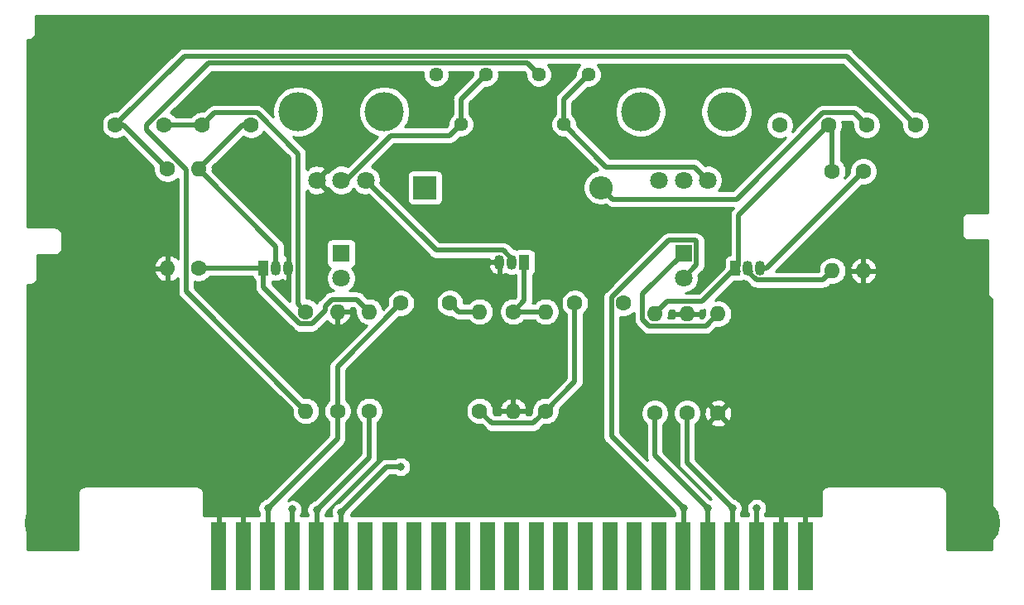
<source format=gbr>
G04 #@! TF.GenerationSoftware,KiCad,Pcbnew,(5.1.7)-1*
G04 #@! TF.CreationDate,2021-02-09T20:34:42-06:00*
G04 #@! TF.ProjectId,ConsolePedalTremolo,436f6e73-6f6c-4655-9065-64616c547265,rev?*
G04 #@! TF.SameCoordinates,Original*
G04 #@! TF.FileFunction,Copper,L1,Top*
G04 #@! TF.FilePolarity,Positive*
%FSLAX46Y46*%
G04 Gerber Fmt 4.6, Leading zero omitted, Abs format (unit mm)*
G04 Created by KiCad (PCBNEW (5.1.7)-1) date 2021-02-09 20:34:42*
%MOMM*%
%LPD*%
G01*
G04 APERTURE LIST*
G04 #@! TA.AperFunction,ComponentPad*
%ADD10R,1.800000X1.800000*%
G04 #@! TD*
G04 #@! TA.AperFunction,ComponentPad*
%ADD11C,1.800000*%
G04 #@! TD*
G04 #@! TA.AperFunction,ConnectorPad*
%ADD12R,1.500000X7.000000*%
G04 #@! TD*
G04 #@! TA.AperFunction,ComponentPad*
%ADD13C,5.000000*%
G04 #@! TD*
G04 #@! TA.AperFunction,ComponentPad*
%ADD14C,1.600000*%
G04 #@! TD*
G04 #@! TA.AperFunction,ComponentPad*
%ADD15O,1.600000X1.600000*%
G04 #@! TD*
G04 #@! TA.AperFunction,ComponentPad*
%ADD16R,2.400000X2.400000*%
G04 #@! TD*
G04 #@! TA.AperFunction,ComponentPad*
%ADD17O,2.400000X2.400000*%
G04 #@! TD*
G04 #@! TA.AperFunction,ComponentPad*
%ADD18O,1.050000X1.500000*%
G04 #@! TD*
G04 #@! TA.AperFunction,ComponentPad*
%ADD19R,1.050000X1.500000*%
G04 #@! TD*
G04 #@! TA.AperFunction,WasherPad*
%ADD20C,4.000000*%
G04 #@! TD*
G04 #@! TA.AperFunction,ComponentPad*
%ADD21C,1.440000*%
G04 #@! TD*
G04 #@! TA.AperFunction,ViaPad*
%ADD22C,0.800000*%
G04 #@! TD*
G04 #@! TA.AperFunction,Conductor*
%ADD23C,0.500000*%
G04 #@! TD*
G04 #@! TA.AperFunction,Conductor*
%ADD24C,0.254000*%
G04 #@! TD*
G04 #@! TA.AperFunction,Conductor*
%ADD25C,0.100000*%
G04 #@! TD*
G04 APERTURE END LIST*
D10*
G04 #@! TO.P,D1,1*
G04 #@! TO.N,Net-(D1-Pad1)*
X115250000Y-95000000D03*
D11*
G04 #@! TO.P,D1,2*
G04 #@! TO.N,/LEDPower*
X115250000Y-97540000D03*
G04 #@! TD*
G04 #@! TO.P,D2,2*
G04 #@! TO.N,/LEDPower*
X150250000Y-97540000D03*
D10*
G04 #@! TO.P,D2,1*
G04 #@! TO.N,Net-(D1-Pad1)*
X150250000Y-95000000D03*
G04 #@! TD*
D12*
G04 #@! TO.P,J1,1*
G04 #@! TO.N,GND*
X102715000Y-126000000D03*
G04 #@! TO.P,J1,2*
X105215000Y-126000000D03*
G04 #@! TO.P,J1,3*
G04 #@! TO.N,/Input*
X107715000Y-126000000D03*
G04 #@! TO.P,J1,4*
G04 #@! TO.N,/Output*
X110215000Y-126000000D03*
G04 #@! TO.P,J1,5*
G04 #@! TO.N,+9V*
X112715000Y-126000000D03*
G04 #@! TO.P,J1,6*
G04 #@! TO.N,/LEDPower*
X115215000Y-126000000D03*
G04 #@! TO.P,J1,7*
G04 #@! TO.N,N/C*
X117715000Y-126000000D03*
G04 #@! TO.P,J1,8*
X120215000Y-126000000D03*
G04 #@! TO.P,J1,9*
X122715000Y-126000000D03*
G04 #@! TO.P,J1,10*
X125215000Y-126000000D03*
G04 #@! TO.P,J1,11*
X127715000Y-126000000D03*
G04 #@! TO.P,J1,12*
X130215000Y-126000000D03*
G04 #@! TO.P,J1,13*
X132715000Y-126000000D03*
G04 #@! TO.P,J1,14*
X135215000Y-126000000D03*
G04 #@! TO.P,J1,15*
X137715000Y-126000000D03*
G04 #@! TO.P,J1,16*
X140215000Y-126000000D03*
G04 #@! TO.P,J1,17*
X142715000Y-126000000D03*
G04 #@! TO.P,J1,18*
X145215000Y-126000000D03*
G04 #@! TO.P,J1,19*
X147715000Y-126000000D03*
G04 #@! TO.P,J1,20*
G04 #@! TO.N,/LEDPower*
X150215000Y-126000000D03*
G04 #@! TO.P,J1,21*
G04 #@! TO.N,+9V*
X152715000Y-126000000D03*
G04 #@! TO.P,J1,22*
G04 #@! TO.N,/Output*
X155215000Y-126000000D03*
G04 #@! TO.P,J1,23*
G04 #@! TO.N,/Input*
X157715000Y-126000000D03*
G04 #@! TO.P,J1,24*
G04 #@! TO.N,GND*
X160215000Y-126000000D03*
G04 #@! TO.P,J1,25*
X162715000Y-126000000D03*
G04 #@! TD*
D13*
G04 #@! TO.P,H1,1*
G04 #@! TO.N,GND*
X85350000Y-122600000D03*
G04 #@! TD*
G04 #@! TO.P,H2,1*
G04 #@! TO.N,GND*
X180150000Y-122600000D03*
G04 #@! TD*
D14*
G04 #@! TO.P,R3,1*
G04 #@! TO.N,GND*
X153797000Y-111353600D03*
D15*
G04 #@! TO.P,R3,2*
G04 #@! TO.N,Net-(D1-Pad1)*
X153797000Y-101193600D03*
G04 #@! TD*
D16*
G04 #@! TO.P,C5,1*
G04 #@! TO.N,Net-(C5-Pad1)*
X123825000Y-88265000D03*
D17*
G04 #@! TO.P,C5,2*
G04 #@! TO.N,Net-(C5-Pad2)*
X141825000Y-88265000D03*
G04 #@! TD*
D18*
G04 #@! TO.P,Q1,2*
G04 #@! TO.N,Net-(C2-Pad1)*
X156845000Y-96520000D03*
G04 #@! TO.P,Q1,3*
G04 #@! TO.N,Net-(Q1-Pad3)*
X158115000Y-96520000D03*
D19*
G04 #@! TO.P,Q1,1*
G04 #@! TO.N,Net-(C3-Pad1)*
X155575000Y-96520000D03*
G04 #@! TD*
D18*
G04 #@! TO.P,Q2,2*
G04 #@! TO.N,Net-(Q2-Pad2)*
X132715000Y-95885000D03*
G04 #@! TO.P,Q2,3*
G04 #@! TO.N,GND*
X131445000Y-95885000D03*
D19*
G04 #@! TO.P,Q2,1*
G04 #@! TO.N,Net-(Q2-Pad1)*
X133985000Y-95885000D03*
G04 #@! TD*
G04 #@! TO.P,Q3,1*
G04 #@! TO.N,Net-(C5-Pad2)*
X107315000Y-96520000D03*
D18*
G04 #@! TO.P,Q3,3*
G04 #@! TO.N,GND*
X109855000Y-96520000D03*
G04 #@! TO.P,Q3,2*
G04 #@! TO.N,Net-(C4-Pad1)*
X108585000Y-96520000D03*
G04 #@! TD*
D15*
G04 #@! TO.P,R1,2*
G04 #@! TO.N,GND*
X114871500Y-100965000D03*
D14*
G04 #@! TO.P,R1,1*
G04 #@! TO.N,/Input*
X114871500Y-111125000D03*
G04 #@! TD*
D15*
G04 #@! TO.P,R2,2*
G04 #@! TO.N,Net-(C1-Pad1)*
X129413000Y-100965000D03*
D14*
G04 #@! TO.P,R2,1*
G04 #@! TO.N,Net-(C2-Pad2)*
X129413000Y-111125000D03*
G04 #@! TD*
G04 #@! TO.P,R4,1*
G04 #@! TO.N,Net-(C2-Pad2)*
X136144000Y-111125000D03*
D15*
G04 #@! TO.P,R4,2*
G04 #@! TO.N,Net-(Q2-Pad1)*
X136144000Y-100965000D03*
G04 #@! TD*
G04 #@! TO.P,R5,2*
G04 #@! TO.N,GND*
X132842000Y-111125000D03*
D14*
G04 #@! TO.P,R5,1*
G04 #@! TO.N,Net-(Q2-Pad1)*
X132842000Y-100965000D03*
G04 #@! TD*
G04 #@! TO.P,R6,1*
G04 #@! TO.N,Net-(C3-Pad1)*
X165481000Y-86614000D03*
D15*
G04 #@! TO.P,R6,2*
G04 #@! TO.N,Net-(C2-Pad1)*
X165481000Y-96774000D03*
G04 #@! TD*
G04 #@! TO.P,R7,2*
G04 #@! TO.N,Net-(C3-Pad1)*
X147320000Y-101190001D03*
D14*
G04 #@! TO.P,R7,1*
G04 #@! TO.N,+9V*
X147320000Y-111350001D03*
G04 #@! TD*
G04 #@! TO.P,R8,1*
G04 #@! TO.N,Net-(Q1-Pad3)*
X168656000Y-86614000D03*
D15*
G04 #@! TO.P,R8,2*
G04 #@! TO.N,GND*
X168656000Y-96774000D03*
G04 #@! TD*
D14*
G04 #@! TO.P,R9,1*
G04 #@! TO.N,Net-(C4-Pad2)*
X111633000Y-100965000D03*
D15*
G04 #@! TO.P,R9,2*
G04 #@! TO.N,Net-(R9-Pad2)*
X111633000Y-111125000D03*
G04 #@! TD*
D14*
G04 #@! TO.P,R10,1*
G04 #@! TO.N,/Output*
X150622000Y-111340900D03*
D15*
G04 #@! TO.P,R10,2*
G04 #@! TO.N,GND*
X150622000Y-101180900D03*
G04 #@! TD*
G04 #@! TO.P,R11,2*
G04 #@! TO.N,Net-(C4-Pad1)*
X100647500Y-86360000D03*
D14*
G04 #@! TO.P,R11,1*
G04 #@! TO.N,Net-(C5-Pad2)*
X100647500Y-96520000D03*
G04 #@! TD*
D15*
G04 #@! TO.P,R12,2*
G04 #@! TO.N,Net-(C5-Pad2)*
X118110000Y-100965000D03*
D14*
G04 #@! TO.P,R12,1*
G04 #@! TO.N,+9V*
X118110000Y-111125000D03*
G04 #@! TD*
G04 #@! TO.P,R13,1*
G04 #@! TO.N,Net-(C6-Pad1)*
X97472500Y-86360000D03*
D15*
G04 #@! TO.P,R13,2*
G04 #@! TO.N,GND*
X97472500Y-96520000D03*
G04 #@! TD*
D11*
G04 #@! TO.P,RV1,3*
G04 #@! TO.N,GND*
X147750000Y-87500000D03*
G04 #@! TO.P,RV1,2*
X150250000Y-87500000D03*
G04 #@! TO.P,RV1,1*
G04 #@! TO.N,Net-(RV1-Pad1)*
X152750000Y-87500000D03*
D20*
G04 #@! TO.P,RV1,*
G04 #@! TO.N,*
X145850000Y-80500000D03*
X154650000Y-80500000D03*
G04 #@! TD*
G04 #@! TO.P,RV2,*
G04 #@! TO.N,*
X119650000Y-80500000D03*
X110850000Y-80500000D03*
D11*
G04 #@! TO.P,RV2,1*
G04 #@! TO.N,Net-(Q2-Pad2)*
X117750000Y-87500000D03*
G04 #@! TO.P,RV2,2*
G04 #@! TO.N,Net-(RV2-Pad2)*
X115250000Y-87500000D03*
G04 #@! TO.P,RV2,3*
G04 #@! TO.N,GND*
X112750000Y-87500000D03*
G04 #@! TD*
D21*
G04 #@! TO.P,RV3,3*
G04 #@! TO.N,Net-(RV1-Pad1)*
X140545000Y-76708000D03*
G04 #@! TO.P,RV3,2*
X138005000Y-81788000D03*
G04 #@! TO.P,RV3,1*
G04 #@! TO.N,Net-(R9-Pad2)*
X135465000Y-76708000D03*
G04 #@! TD*
G04 #@! TO.P,RV4,1*
G04 #@! TO.N,Net-(C5-Pad1)*
X124965000Y-76708000D03*
G04 #@! TO.P,RV4,2*
G04 #@! TO.N,Net-(RV2-Pad2)*
X127505000Y-81788000D03*
G04 #@! TO.P,RV4,3*
X130045000Y-76708000D03*
G04 #@! TD*
D14*
G04 #@! TO.P,C1,1*
G04 #@! TO.N,Net-(C1-Pad1)*
X126365000Y-100095000D03*
G04 #@! TO.P,C1,2*
G04 #@! TO.N,/Input*
X121365000Y-100095000D03*
G04 #@! TD*
G04 #@! TO.P,C2,1*
G04 #@! TO.N,Net-(C2-Pad1)*
X144145000Y-100095000D03*
G04 #@! TO.P,C2,2*
G04 #@! TO.N,Net-(C2-Pad2)*
X139145000Y-100095000D03*
G04 #@! TD*
G04 #@! TO.P,C3,2*
G04 #@! TO.N,/Output*
X160100000Y-81883200D03*
G04 #@! TO.P,C3,1*
G04 #@! TO.N,Net-(C3-Pad1)*
X165100000Y-81883200D03*
G04 #@! TD*
G04 #@! TO.P,C4,2*
G04 #@! TO.N,Net-(C4-Pad2)*
X101045000Y-81883200D03*
G04 #@! TO.P,C4,1*
G04 #@! TO.N,Net-(C4-Pad1)*
X106045000Y-81883200D03*
G04 #@! TD*
G04 #@! TO.P,C6,1*
G04 #@! TO.N,Net-(C6-Pad1)*
X173990000Y-81883200D03*
G04 #@! TO.P,C6,2*
G04 #@! TO.N,Net-(C5-Pad2)*
X168990000Y-81883200D03*
G04 #@! TD*
G04 #@! TO.P,C7,2*
G04 #@! TO.N,Net-(C6-Pad1)*
X92155000Y-81883200D03*
G04 #@! TO.P,C7,1*
G04 #@! TO.N,Net-(C4-Pad2)*
X97155000Y-81883200D03*
G04 #@! TD*
D22*
G04 #@! TO.N,GND*
X105250000Y-120979000D03*
X160250000Y-120988000D03*
X102750000Y-121038000D03*
X162750000Y-120967000D03*
G04 #@! TO.N,/LEDPower*
X115250000Y-121454000D03*
X150250000Y-121073000D03*
X121348500Y-116840000D03*
G04 #@! TO.N,/Input*
X107750000Y-121066000D03*
X157750000Y-121066000D03*
G04 #@! TO.N,/Output*
X110250000Y-121195000D03*
X155250000Y-121068000D03*
G04 #@! TO.N,+9V*
X112750000Y-121235000D03*
X152750000Y-121108000D03*
G04 #@! TD*
D23*
G04 #@! TO.N,GND*
X105250000Y-126000000D02*
X105250000Y-120979000D01*
X160250000Y-126000000D02*
X160250000Y-120988000D01*
X102750000Y-126000000D02*
X102750000Y-121038000D01*
X162750000Y-126000000D02*
X162750000Y-120967000D01*
G04 #@! TO.N,Net-(C1-Pad1)*
X127235000Y-100965000D02*
X126365000Y-100095000D01*
X129413000Y-100965000D02*
X127235000Y-100965000D01*
G04 #@! TO.N,Net-(C2-Pad2)*
X134893999Y-112375001D02*
X136144000Y-111125000D01*
X130663001Y-112375001D02*
X134893999Y-112375001D01*
X129413000Y-111125000D02*
X130663001Y-112375001D01*
X139145000Y-108124000D02*
X136144000Y-111125000D01*
X139145000Y-100095000D02*
X139145000Y-108124000D01*
G04 #@! TO.N,Net-(C2-Pad1)*
X156845000Y-96520000D02*
X157139990Y-96814990D01*
X156845000Y-96853872D02*
X156845000Y-96520000D01*
X157711138Y-97720010D02*
X156845000Y-96853872D01*
X164534990Y-97720010D02*
X157711138Y-97720010D01*
X165481000Y-96774000D02*
X164534990Y-97720010D01*
G04 #@! TO.N,/LEDPower*
X115250000Y-126000000D02*
X115250000Y-121454000D01*
X150250000Y-126000000D02*
X150250000Y-121073000D01*
X142894999Y-113717999D02*
X150250000Y-121073000D01*
X142894999Y-99494999D02*
X142894999Y-113717999D01*
X151510001Y-93649999D02*
X148739999Y-93649999D01*
X151600001Y-93739999D02*
X151510001Y-93649999D01*
X151600001Y-96189999D02*
X151600001Y-93739999D01*
X148739999Y-93649999D02*
X142894999Y-99494999D01*
X150250000Y-97540000D02*
X151600001Y-96189999D01*
X119864000Y-116840000D02*
X115250000Y-121454000D01*
X121348500Y-116840000D02*
X119864000Y-116840000D01*
G04 #@! TO.N,/Input*
X107750000Y-126000000D02*
X107750000Y-121066000D01*
X157750000Y-126000000D02*
X157750000Y-121066000D01*
X157734000Y-121050000D02*
X157750000Y-121066000D01*
X114871500Y-113944500D02*
X107750000Y-121066000D01*
X114871500Y-111125000D02*
X114871500Y-113944500D01*
X114871500Y-106588500D02*
X121365000Y-100095000D01*
X114871500Y-111125000D02*
X114871500Y-106588500D01*
G04 #@! TO.N,/Output*
X110250000Y-126000000D02*
X110250000Y-121195000D01*
X155250000Y-126000000D02*
X155250000Y-121068000D01*
X150622000Y-116440000D02*
X155250000Y-121068000D01*
X150622000Y-111340900D02*
X150622000Y-116440000D01*
G04 #@! TO.N,+9V*
X112750000Y-126000000D02*
X112750000Y-121235000D01*
X152750000Y-126000000D02*
X152750000Y-121108000D01*
X147320000Y-115678000D02*
X152750000Y-121108000D01*
X147320000Y-111350001D02*
X147320000Y-115678000D01*
X118110000Y-115875000D02*
X112750000Y-121235000D01*
X118110000Y-111125000D02*
X118110000Y-115875000D01*
G04 #@! TO.N,Net-(D1-Pad1)*
X149865000Y-94615000D02*
X150250000Y-95000000D01*
X146069999Y-99180001D02*
X150250000Y-95000000D01*
X146719999Y-102440002D02*
X146069999Y-101790002D01*
X152550598Y-102440002D02*
X146719999Y-102440002D01*
X146069999Y-101790002D02*
X146069999Y-99180001D01*
X153797000Y-101193600D02*
X152550598Y-102440002D01*
G04 #@! TO.N,Net-(C3-Pad1)*
X155575000Y-96520000D02*
X155869990Y-96814990D01*
X155869990Y-91113210D02*
X165100000Y-81883200D01*
X155869990Y-96225010D02*
X155869990Y-91113210D01*
X155575000Y-96520000D02*
X155869990Y-96225010D01*
X152164101Y-99930899D02*
X155575000Y-96520000D01*
X148579102Y-99930899D02*
X152164101Y-99930899D01*
X147320000Y-101190001D02*
X148579102Y-99930899D01*
X165481000Y-82264200D02*
X165100000Y-81883200D01*
X165481000Y-86614000D02*
X165481000Y-82264200D01*
G04 #@! TO.N,Net-(Q1-Pad3)*
X158750000Y-96520000D02*
X158115000Y-96520000D01*
X168656000Y-86614000D02*
X158750000Y-96520000D01*
G04 #@! TO.N,Net-(Q2-Pad1)*
X136144000Y-100965000D02*
X132842000Y-100965000D01*
X133985000Y-99822000D02*
X132842000Y-100965000D01*
X133985000Y-95885000D02*
X133985000Y-99822000D01*
G04 #@! TO.N,Net-(C4-Pad1)*
X106045000Y-81915000D02*
X106045000Y-81883200D01*
X105124300Y-81883200D02*
X106045000Y-81883200D01*
X100647500Y-86360000D02*
X105124300Y-81883200D01*
X108585000Y-94297500D02*
X100647500Y-86360000D01*
X108585000Y-96520000D02*
X108585000Y-94297500D01*
G04 #@! TO.N,Net-(C4-Pad2)*
X97155000Y-81883200D02*
X101045000Y-81883200D01*
X102295001Y-80633199D02*
X101045000Y-81883200D01*
X106645001Y-80633199D02*
X102295001Y-80633199D01*
X110833001Y-84821199D02*
X106645001Y-80633199D01*
X110833001Y-100165001D02*
X110833001Y-84821199D01*
X111633000Y-100965000D02*
X110833001Y-100165001D01*
G04 #@! TO.N,Net-(C5-Pad2)*
X107315000Y-96520000D02*
X100647500Y-96520000D01*
X167739999Y-80633199D02*
X168990000Y-81883200D01*
X164499999Y-80633199D02*
X167739999Y-80633199D01*
X155668199Y-89464999D02*
X164499999Y-80633199D01*
X143024999Y-89464999D02*
X155668199Y-89464999D01*
X141825000Y-88265000D02*
X143024999Y-89464999D01*
X111032999Y-102215001D02*
X107315000Y-98497002D01*
X112233001Y-102215001D02*
X111032999Y-102215001D01*
X113601500Y-100846502D02*
X112233001Y-102215001D01*
X113601500Y-100384998D02*
X113601500Y-100846502D01*
X114271499Y-99714999D02*
X113601500Y-100384998D01*
X116859999Y-99714999D02*
X114271499Y-99714999D01*
X107315000Y-98497002D02*
X107315000Y-96520000D01*
X118110000Y-100965000D02*
X116859999Y-99714999D01*
G04 #@! TO.N,Net-(C6-Pad1)*
X92995700Y-81883200D02*
X92155000Y-81883200D01*
X97472500Y-86360000D02*
X92995700Y-81883200D01*
X99200211Y-74837989D02*
X92155000Y-81883200D01*
X166944789Y-74837989D02*
X99200211Y-74837989D01*
X173990000Y-81883200D02*
X166944789Y-74837989D01*
G04 #@! TO.N,Net-(Q2-Pad2)*
X132715000Y-96218872D02*
X132715000Y-95885000D01*
X132715000Y-95551128D02*
X132715000Y-95885000D01*
X131848862Y-94684990D02*
X132715000Y-95551128D01*
X124934990Y-94684990D02*
X131848862Y-94684990D01*
X117750000Y-87500000D02*
X124934990Y-94684990D01*
G04 #@! TO.N,Net-(R9-Pad2)*
X99397499Y-98889499D02*
X111633000Y-111125000D01*
X99397499Y-86434997D02*
X99397499Y-98889499D01*
X95313500Y-82350998D02*
X99397499Y-86434997D01*
X95313500Y-81874698D02*
X95313500Y-82350998D01*
X134294999Y-75537999D02*
X101650199Y-75537999D01*
X101650199Y-75537999D02*
X95313500Y-81874698D01*
X135465000Y-76708000D02*
X134294999Y-75537999D01*
G04 #@! TO.N,Net-(RV1-Pad1)*
X138005000Y-79248000D02*
X140545000Y-76708000D01*
X138005000Y-81788000D02*
X138005000Y-79248000D01*
X151399999Y-86149999D02*
X152750000Y-87500000D01*
X142366999Y-86149999D02*
X151399999Y-86149999D01*
X138005000Y-81788000D02*
X142366999Y-86149999D01*
G04 #@! TO.N,Net-(RV2-Pad2)*
X127505000Y-79248000D02*
X130045000Y-76708000D01*
X127505000Y-81788000D02*
X127505000Y-79248000D01*
X126342999Y-82950001D02*
X127505000Y-81788000D01*
X120301997Y-82950001D02*
X126342999Y-82950001D01*
X115751998Y-87500000D02*
X120301997Y-82950001D01*
X115250000Y-87500000D02*
X115751998Y-87500000D01*
G04 #@! TD*
D24*
G04 #@! TO.N,GND*
X181323001Y-90823000D02*
X179433252Y-90823000D01*
X179400000Y-90819725D01*
X179366748Y-90823000D01*
X179267285Y-90832796D01*
X179139670Y-90871508D01*
X179022059Y-90934372D01*
X178918973Y-91018973D01*
X178834372Y-91122059D01*
X178771508Y-91239670D01*
X178732796Y-91367285D01*
X178719725Y-91500000D01*
X178723001Y-91533262D01*
X178723000Y-92966747D01*
X178719725Y-93000000D01*
X178732796Y-93132715D01*
X178771508Y-93260330D01*
X178834372Y-93377941D01*
X178918973Y-93481027D01*
X179021017Y-93564773D01*
X179022059Y-93565628D01*
X179139670Y-93628492D01*
X179267285Y-93667204D01*
X179400000Y-93680275D01*
X179433252Y-93677000D01*
X181323000Y-93677000D01*
X181323001Y-98966738D01*
X181319725Y-99000000D01*
X181332796Y-99132715D01*
X181371508Y-99260330D01*
X181434372Y-99377941D01*
X181518973Y-99481027D01*
X181622059Y-99565628D01*
X181739670Y-99628492D01*
X181823001Y-99653770D01*
X181823000Y-125323000D01*
X177177000Y-125323000D01*
X177177000Y-119533252D01*
X177180275Y-119500000D01*
X177167204Y-119367285D01*
X177128492Y-119239670D01*
X177065628Y-119122059D01*
X176981027Y-119018973D01*
X176877941Y-118934372D01*
X176760330Y-118871508D01*
X176632715Y-118832796D01*
X176533252Y-118823000D01*
X176500000Y-118819725D01*
X176466748Y-118823000D01*
X165033252Y-118823000D01*
X165000000Y-118819725D01*
X164966748Y-118823000D01*
X164867285Y-118832796D01*
X164739670Y-118871508D01*
X164622059Y-118934372D01*
X164518973Y-119018973D01*
X164434372Y-119122059D01*
X164371508Y-119239670D01*
X164332796Y-119367285D01*
X164319725Y-119500000D01*
X164323001Y-119533262D01*
X164323001Y-121793000D01*
X158627000Y-121793000D01*
X158627000Y-121602027D01*
X158660115Y-121552467D01*
X158737533Y-121365565D01*
X158777000Y-121167151D01*
X158777000Y-120964849D01*
X158737533Y-120766435D01*
X158660115Y-120579533D01*
X158547723Y-120411326D01*
X158404674Y-120268277D01*
X158236467Y-120155885D01*
X158049565Y-120078467D01*
X157851151Y-120039000D01*
X157648849Y-120039000D01*
X157450435Y-120078467D01*
X157263533Y-120155885D01*
X157095326Y-120268277D01*
X156952277Y-120411326D01*
X156839885Y-120579533D01*
X156762467Y-120766435D01*
X156723000Y-120964849D01*
X156723000Y-121167151D01*
X156762467Y-121365565D01*
X156839885Y-121552467D01*
X156873001Y-121602029D01*
X156873001Y-121793000D01*
X156127000Y-121793000D01*
X156127000Y-121604027D01*
X156160115Y-121554467D01*
X156237533Y-121367565D01*
X156277000Y-121169151D01*
X156277000Y-120966849D01*
X156237533Y-120768435D01*
X156160115Y-120581533D01*
X156047723Y-120413326D01*
X155904674Y-120270277D01*
X155736467Y-120157885D01*
X155549565Y-120080467D01*
X155491103Y-120068838D01*
X151499000Y-116076735D01*
X151499000Y-112471147D01*
X151531660Y-112449324D01*
X151634682Y-112346302D01*
X152983903Y-112346302D01*
X153055486Y-112590271D01*
X153310996Y-112711171D01*
X153585184Y-112779900D01*
X153867512Y-112793817D01*
X154147130Y-112752387D01*
X154413292Y-112657203D01*
X154538514Y-112590271D01*
X154610097Y-112346302D01*
X153797000Y-111533205D01*
X152983903Y-112346302D01*
X151634682Y-112346302D01*
X151730424Y-112250560D01*
X151886591Y-112016838D01*
X151994162Y-111757141D01*
X152049000Y-111481447D01*
X152049000Y-111424112D01*
X152356783Y-111424112D01*
X152398213Y-111703730D01*
X152493397Y-111969892D01*
X152560329Y-112095114D01*
X152804298Y-112166697D01*
X153617395Y-111353600D01*
X153976605Y-111353600D01*
X154789702Y-112166697D01*
X155033671Y-112095114D01*
X155154571Y-111839604D01*
X155223300Y-111565416D01*
X155237217Y-111283088D01*
X155195787Y-111003470D01*
X155100603Y-110737308D01*
X155033671Y-110612086D01*
X154789702Y-110540503D01*
X153976605Y-111353600D01*
X153617395Y-111353600D01*
X152804298Y-110540503D01*
X152560329Y-110612086D01*
X152439429Y-110867596D01*
X152370700Y-111141784D01*
X152356783Y-111424112D01*
X152049000Y-111424112D01*
X152049000Y-111200353D01*
X151994162Y-110924659D01*
X151886591Y-110664962D01*
X151730424Y-110431240D01*
X151660082Y-110360898D01*
X152983903Y-110360898D01*
X153797000Y-111173995D01*
X154610097Y-110360898D01*
X154538514Y-110116929D01*
X154283004Y-109996029D01*
X154008816Y-109927300D01*
X153726488Y-109913383D01*
X153446870Y-109954813D01*
X153180708Y-110049997D01*
X153055486Y-110116929D01*
X152983903Y-110360898D01*
X151660082Y-110360898D01*
X151531660Y-110232476D01*
X151297938Y-110076309D01*
X151038241Y-109968738D01*
X150762547Y-109913900D01*
X150481453Y-109913900D01*
X150205759Y-109968738D01*
X149946062Y-110076309D01*
X149712340Y-110232476D01*
X149513576Y-110431240D01*
X149357409Y-110664962D01*
X149249838Y-110924659D01*
X149195000Y-111200353D01*
X149195000Y-111481447D01*
X149249838Y-111757141D01*
X149357409Y-112016838D01*
X149513576Y-112250560D01*
X149712340Y-112449324D01*
X149745000Y-112471147D01*
X149745001Y-116396911D01*
X149740757Y-116440000D01*
X149757690Y-116611922D01*
X149807838Y-116777236D01*
X149889274Y-116929592D01*
X149971406Y-117029671D01*
X149971409Y-117029674D01*
X149998868Y-117063133D01*
X150032327Y-117090592D01*
X153071138Y-120129403D01*
X153049565Y-120120467D01*
X152991103Y-120108838D01*
X148197000Y-115314735D01*
X148197000Y-112480248D01*
X148229660Y-112458425D01*
X148428424Y-112259661D01*
X148584591Y-112025939D01*
X148692162Y-111766242D01*
X148747000Y-111490548D01*
X148747000Y-111209454D01*
X148692162Y-110933760D01*
X148584591Y-110674063D01*
X148428424Y-110440341D01*
X148229660Y-110241577D01*
X147995938Y-110085410D01*
X147736241Y-109977839D01*
X147460547Y-109923001D01*
X147179453Y-109923001D01*
X146903759Y-109977839D01*
X146644062Y-110085410D01*
X146410340Y-110241577D01*
X146211576Y-110440341D01*
X146055409Y-110674063D01*
X145947838Y-110933760D01*
X145893000Y-111209454D01*
X145893000Y-111490548D01*
X145947838Y-111766242D01*
X146055409Y-112025939D01*
X146211576Y-112259661D01*
X146410340Y-112458425D01*
X146443000Y-112480248D01*
X146443001Y-115634911D01*
X146438757Y-115678000D01*
X146455690Y-115849922D01*
X146505838Y-116015236D01*
X146587274Y-116167592D01*
X146598335Y-116181070D01*
X143771999Y-113354734D01*
X143771999Y-101475763D01*
X144004453Y-101522000D01*
X144285547Y-101522000D01*
X144561241Y-101467162D01*
X144820938Y-101359591D01*
X145054660Y-101203424D01*
X145192999Y-101065085D01*
X145192999Y-101746922D01*
X145188756Y-101790002D01*
X145205689Y-101961924D01*
X145233715Y-102054311D01*
X145255837Y-102127238D01*
X145337272Y-102279593D01*
X145446866Y-102413135D01*
X145480330Y-102440598D01*
X146069406Y-103029675D01*
X146096866Y-103063135D01*
X146130325Y-103090594D01*
X146130327Y-103090596D01*
X146195426Y-103144021D01*
X146230407Y-103172729D01*
X146382762Y-103254164D01*
X146548076Y-103304312D01*
X146719999Y-103321245D01*
X146763078Y-103317002D01*
X152507519Y-103317002D01*
X152550598Y-103321245D01*
X152593677Y-103317002D01*
X152722520Y-103304312D01*
X152887835Y-103254164D01*
X153040190Y-103172729D01*
X153173731Y-103063135D01*
X153201195Y-103029670D01*
X153617928Y-102612937D01*
X153656453Y-102620600D01*
X153937547Y-102620600D01*
X154213241Y-102565762D01*
X154472938Y-102458191D01*
X154706660Y-102302024D01*
X154905424Y-102103260D01*
X155061591Y-101869538D01*
X155169162Y-101609841D01*
X155224000Y-101334147D01*
X155224000Y-101053053D01*
X155169162Y-100777359D01*
X155061591Y-100517662D01*
X154905424Y-100283940D01*
X154706660Y-100085176D01*
X154472938Y-99929009D01*
X154213241Y-99821438D01*
X153937547Y-99766600D01*
X153656453Y-99766600D01*
X153546867Y-99788398D01*
X155435232Y-97900033D01*
X156100000Y-97900033D01*
X156222913Y-97887927D01*
X156341103Y-97852075D01*
X156408052Y-97816290D01*
X156619170Y-97880332D01*
X156632508Y-97881646D01*
X157060546Y-98309683D01*
X157088005Y-98343143D01*
X157221546Y-98452737D01*
X157373901Y-98534172D01*
X157539216Y-98584320D01*
X157668059Y-98597010D01*
X157668060Y-98597010D01*
X157711137Y-98601253D01*
X157754214Y-98597010D01*
X164491911Y-98597010D01*
X164534990Y-98601253D01*
X164578069Y-98597010D01*
X164706912Y-98584320D01*
X164872227Y-98534172D01*
X165024582Y-98452737D01*
X165158123Y-98343143D01*
X165185587Y-98309678D01*
X165301928Y-98193337D01*
X165340453Y-98201000D01*
X165621547Y-98201000D01*
X165897241Y-98146162D01*
X166156938Y-98038591D01*
X166390660Y-97882424D01*
X166589424Y-97683660D01*
X166745591Y-97449938D01*
X166853162Y-97190241D01*
X166866528Y-97123040D01*
X167264091Y-97123040D01*
X167358930Y-97387881D01*
X167503615Y-97629131D01*
X167692586Y-97837519D01*
X167918580Y-98005037D01*
X168172913Y-98125246D01*
X168306961Y-98165904D01*
X168529000Y-98043915D01*
X168529000Y-96901000D01*
X168783000Y-96901000D01*
X168783000Y-98043915D01*
X169005039Y-98165904D01*
X169139087Y-98125246D01*
X169393420Y-98005037D01*
X169619414Y-97837519D01*
X169808385Y-97629131D01*
X169953070Y-97387881D01*
X170047909Y-97123040D01*
X169926624Y-96901000D01*
X168783000Y-96901000D01*
X168529000Y-96901000D01*
X167385376Y-96901000D01*
X167264091Y-97123040D01*
X166866528Y-97123040D01*
X166908000Y-96914547D01*
X166908000Y-96633453D01*
X166866529Y-96424960D01*
X167264091Y-96424960D01*
X167385376Y-96647000D01*
X168529000Y-96647000D01*
X168529000Y-95504085D01*
X168783000Y-95504085D01*
X168783000Y-96647000D01*
X169926624Y-96647000D01*
X170047909Y-96424960D01*
X169953070Y-96160119D01*
X169808385Y-95918869D01*
X169619414Y-95710481D01*
X169393420Y-95542963D01*
X169139087Y-95422754D01*
X169005039Y-95382096D01*
X168783000Y-95504085D01*
X168529000Y-95504085D01*
X168306961Y-95382096D01*
X168172913Y-95422754D01*
X167918580Y-95542963D01*
X167692586Y-95710481D01*
X167503615Y-95918869D01*
X167358930Y-96160119D01*
X167264091Y-96424960D01*
X166866529Y-96424960D01*
X166853162Y-96357759D01*
X166745591Y-96098062D01*
X166589424Y-95864340D01*
X166390660Y-95665576D01*
X166156938Y-95509409D01*
X165897241Y-95401838D01*
X165621547Y-95347000D01*
X165340453Y-95347000D01*
X165064759Y-95401838D01*
X164805062Y-95509409D01*
X164571340Y-95665576D01*
X164372576Y-95864340D01*
X164216409Y-96098062D01*
X164108838Y-96357759D01*
X164054000Y-96633453D01*
X164054000Y-96843010D01*
X159667255Y-96843010D01*
X168476928Y-88033337D01*
X168515453Y-88041000D01*
X168796547Y-88041000D01*
X169072241Y-87986162D01*
X169331938Y-87878591D01*
X169565660Y-87722424D01*
X169764424Y-87523660D01*
X169920591Y-87289938D01*
X170028162Y-87030241D01*
X170083000Y-86754547D01*
X170083000Y-86473453D01*
X170028162Y-86197759D01*
X169920591Y-85938062D01*
X169764424Y-85704340D01*
X169565660Y-85505576D01*
X169331938Y-85349409D01*
X169072241Y-85241838D01*
X168796547Y-85187000D01*
X168515453Y-85187000D01*
X168239759Y-85241838D01*
X167980062Y-85349409D01*
X167746340Y-85505576D01*
X167547576Y-85704340D01*
X167391409Y-85938062D01*
X167283838Y-86197759D01*
X167229000Y-86473453D01*
X167229000Y-86754547D01*
X167236663Y-86793072D01*
X166749688Y-87280047D01*
X166853162Y-87030241D01*
X166908000Y-86754547D01*
X166908000Y-86473453D01*
X166853162Y-86197759D01*
X166745591Y-85938062D01*
X166589424Y-85704340D01*
X166390660Y-85505576D01*
X166358000Y-85483753D01*
X166358000Y-82569002D01*
X166364591Y-82559138D01*
X166472162Y-82299441D01*
X166527000Y-82023747D01*
X166527000Y-81742653D01*
X166480763Y-81510199D01*
X167376734Y-81510199D01*
X167570663Y-81704128D01*
X167563000Y-81742653D01*
X167563000Y-82023747D01*
X167617838Y-82299441D01*
X167725409Y-82559138D01*
X167881576Y-82792860D01*
X168080340Y-82991624D01*
X168314062Y-83147791D01*
X168573759Y-83255362D01*
X168849453Y-83310200D01*
X169130547Y-83310200D01*
X169406241Y-83255362D01*
X169665938Y-83147791D01*
X169899660Y-82991624D01*
X170098424Y-82792860D01*
X170254591Y-82559138D01*
X170362162Y-82299441D01*
X170417000Y-82023747D01*
X170417000Y-81742653D01*
X170362162Y-81466959D01*
X170254591Y-81207262D01*
X170098424Y-80973540D01*
X169899660Y-80774776D01*
X169665938Y-80618609D01*
X169406241Y-80511038D01*
X169130547Y-80456200D01*
X168849453Y-80456200D01*
X168810928Y-80463863D01*
X168390596Y-80043531D01*
X168363132Y-80010066D01*
X168229591Y-79900472D01*
X168077236Y-79819037D01*
X167911921Y-79768889D01*
X167783078Y-79756199D01*
X167739999Y-79751956D01*
X167696920Y-79756199D01*
X164543068Y-79756199D01*
X164499998Y-79751957D01*
X164456929Y-79756199D01*
X164456920Y-79756199D01*
X164328077Y-79768889D01*
X164162762Y-79819037D01*
X164010407Y-79900472D01*
X163876866Y-80010066D01*
X163849402Y-80043531D01*
X161386367Y-82506566D01*
X161472162Y-82299441D01*
X161527000Y-82023747D01*
X161527000Y-81742653D01*
X161472162Y-81466959D01*
X161364591Y-81207262D01*
X161208424Y-80973540D01*
X161009660Y-80774776D01*
X160775938Y-80618609D01*
X160516241Y-80511038D01*
X160240547Y-80456200D01*
X159959453Y-80456200D01*
X159683759Y-80511038D01*
X159424062Y-80618609D01*
X159190340Y-80774776D01*
X158991576Y-80973540D01*
X158835409Y-81207262D01*
X158727838Y-81466959D01*
X158673000Y-81742653D01*
X158673000Y-82023747D01*
X158727838Y-82299441D01*
X158835409Y-82559138D01*
X158991576Y-82792860D01*
X159190340Y-82991624D01*
X159424062Y-83147791D01*
X159683759Y-83255362D01*
X159959453Y-83310200D01*
X160240547Y-83310200D01*
X160516241Y-83255362D01*
X160723366Y-83169567D01*
X155304934Y-88587999D01*
X153821506Y-88587999D01*
X153936099Y-88473406D01*
X154103210Y-88223306D01*
X154218319Y-87945410D01*
X154277000Y-87650396D01*
X154277000Y-87349604D01*
X154218319Y-87054590D01*
X154103210Y-86776694D01*
X153936099Y-86526594D01*
X153723406Y-86313901D01*
X153473306Y-86146790D01*
X153195410Y-86031681D01*
X152900396Y-85973000D01*
X152599604Y-85973000D01*
X152485885Y-85995620D01*
X152050596Y-85560331D01*
X152023132Y-85526866D01*
X151889591Y-85417272D01*
X151737236Y-85335837D01*
X151571921Y-85285689D01*
X151443078Y-85272999D01*
X151399999Y-85268756D01*
X151356920Y-85272999D01*
X142730264Y-85272999D01*
X139352000Y-81894735D01*
X139352000Y-81655332D01*
X139300236Y-81395094D01*
X139198696Y-81149956D01*
X139051284Y-80929337D01*
X138882000Y-80760053D01*
X138882000Y-80241263D01*
X143223000Y-80241263D01*
X143223000Y-80758737D01*
X143323954Y-81266268D01*
X143521983Y-81744351D01*
X143809476Y-82174615D01*
X144175385Y-82540524D01*
X144605649Y-82828017D01*
X145083732Y-83026046D01*
X145591263Y-83127000D01*
X146108737Y-83127000D01*
X146616268Y-83026046D01*
X147094351Y-82828017D01*
X147524615Y-82540524D01*
X147890524Y-82174615D01*
X148178017Y-81744351D01*
X148376046Y-81266268D01*
X148477000Y-80758737D01*
X148477000Y-80241263D01*
X152023000Y-80241263D01*
X152023000Y-80758737D01*
X152123954Y-81266268D01*
X152321983Y-81744351D01*
X152609476Y-82174615D01*
X152975385Y-82540524D01*
X153405649Y-82828017D01*
X153883732Y-83026046D01*
X154391263Y-83127000D01*
X154908737Y-83127000D01*
X155416268Y-83026046D01*
X155894351Y-82828017D01*
X156324615Y-82540524D01*
X156690524Y-82174615D01*
X156978017Y-81744351D01*
X157176046Y-81266268D01*
X157277000Y-80758737D01*
X157277000Y-80241263D01*
X157176046Y-79733732D01*
X156978017Y-79255649D01*
X156690524Y-78825385D01*
X156324615Y-78459476D01*
X155894351Y-78171983D01*
X155416268Y-77973954D01*
X154908737Y-77873000D01*
X154391263Y-77873000D01*
X153883732Y-77973954D01*
X153405649Y-78171983D01*
X152975385Y-78459476D01*
X152609476Y-78825385D01*
X152321983Y-79255649D01*
X152123954Y-79733732D01*
X152023000Y-80241263D01*
X148477000Y-80241263D01*
X148376046Y-79733732D01*
X148178017Y-79255649D01*
X147890524Y-78825385D01*
X147524615Y-78459476D01*
X147094351Y-78171983D01*
X146616268Y-77973954D01*
X146108737Y-77873000D01*
X145591263Y-77873000D01*
X145083732Y-77973954D01*
X144605649Y-78171983D01*
X144175385Y-78459476D01*
X143809476Y-78825385D01*
X143521983Y-79255649D01*
X143323954Y-79733732D01*
X143223000Y-80241263D01*
X138882000Y-80241263D01*
X138882000Y-79611265D01*
X140438265Y-78055000D01*
X140677668Y-78055000D01*
X140937906Y-78003236D01*
X141183044Y-77901696D01*
X141403663Y-77754284D01*
X141591284Y-77566663D01*
X141738696Y-77346044D01*
X141840236Y-77100906D01*
X141892000Y-76840668D01*
X141892000Y-76575332D01*
X141840236Y-76315094D01*
X141738696Y-76069956D01*
X141591284Y-75849337D01*
X141456936Y-75714989D01*
X166581524Y-75714989D01*
X172570663Y-81704129D01*
X172563000Y-81742653D01*
X172563000Y-82023747D01*
X172617838Y-82299441D01*
X172725409Y-82559138D01*
X172881576Y-82792860D01*
X173080340Y-82991624D01*
X173314062Y-83147791D01*
X173573759Y-83255362D01*
X173849453Y-83310200D01*
X174130547Y-83310200D01*
X174406241Y-83255362D01*
X174665938Y-83147791D01*
X174899660Y-82991624D01*
X175098424Y-82792860D01*
X175254591Y-82559138D01*
X175362162Y-82299441D01*
X175417000Y-82023747D01*
X175417000Y-81742653D01*
X175362162Y-81466959D01*
X175254591Y-81207262D01*
X175098424Y-80973540D01*
X174899660Y-80774776D01*
X174665938Y-80618609D01*
X174406241Y-80511038D01*
X174130547Y-80456200D01*
X173849453Y-80456200D01*
X173810929Y-80463863D01*
X167595386Y-74248321D01*
X167567922Y-74214856D01*
X167434381Y-74105262D01*
X167282026Y-74023827D01*
X167116711Y-73973679D01*
X166987868Y-73960989D01*
X166944789Y-73956746D01*
X166901710Y-73960989D01*
X99243290Y-73960989D01*
X99200211Y-73956746D01*
X99028288Y-73973679D01*
X98862974Y-74023827D01*
X98710619Y-74105262D01*
X98577078Y-74214856D01*
X98549619Y-74248315D01*
X92334072Y-80463863D01*
X92295547Y-80456200D01*
X92014453Y-80456200D01*
X91738759Y-80511038D01*
X91479062Y-80618609D01*
X91245340Y-80774776D01*
X91046576Y-80973540D01*
X90890409Y-81207262D01*
X90782838Y-81466959D01*
X90728000Y-81742653D01*
X90728000Y-82023747D01*
X90782838Y-82299441D01*
X90890409Y-82559138D01*
X91046576Y-82792860D01*
X91245340Y-82991624D01*
X91479062Y-83147791D01*
X91738759Y-83255362D01*
X92014453Y-83310200D01*
X92295547Y-83310200D01*
X92571241Y-83255362D01*
X92830938Y-83147791D01*
X92944288Y-83072053D01*
X96053163Y-86180928D01*
X96045500Y-86219453D01*
X96045500Y-86500547D01*
X96100338Y-86776241D01*
X96207909Y-87035938D01*
X96364076Y-87269660D01*
X96562840Y-87468424D01*
X96796562Y-87624591D01*
X97056259Y-87732162D01*
X97331953Y-87787000D01*
X97613047Y-87787000D01*
X97888741Y-87732162D01*
X98148438Y-87624591D01*
X98382160Y-87468424D01*
X98520499Y-87330085D01*
X98520500Y-95549758D01*
X98435914Y-95456481D01*
X98209920Y-95288963D01*
X97955587Y-95168754D01*
X97821539Y-95128096D01*
X97599500Y-95250085D01*
X97599500Y-96393000D01*
X97619500Y-96393000D01*
X97619500Y-96647000D01*
X97599500Y-96647000D01*
X97599500Y-97789915D01*
X97821539Y-97911904D01*
X97955587Y-97871246D01*
X98209920Y-97751037D01*
X98435914Y-97583519D01*
X98520500Y-97490242D01*
X98520500Y-98846409D01*
X98516256Y-98889499D01*
X98533189Y-99061421D01*
X98583337Y-99226735D01*
X98664773Y-99379091D01*
X98746905Y-99479170D01*
X98746908Y-99479173D01*
X98774367Y-99512632D01*
X98807826Y-99540091D01*
X110213663Y-110945928D01*
X110206000Y-110984453D01*
X110206000Y-111265547D01*
X110260838Y-111541241D01*
X110368409Y-111800938D01*
X110524576Y-112034660D01*
X110723340Y-112233424D01*
X110957062Y-112389591D01*
X111216759Y-112497162D01*
X111492453Y-112552000D01*
X111773547Y-112552000D01*
X112049241Y-112497162D01*
X112308938Y-112389591D01*
X112542660Y-112233424D01*
X112741424Y-112034660D01*
X112897591Y-111800938D01*
X113005162Y-111541241D01*
X113060000Y-111265547D01*
X113060000Y-110984453D01*
X113005162Y-110708759D01*
X112897591Y-110449062D01*
X112741424Y-110215340D01*
X112542660Y-110016576D01*
X112308938Y-109860409D01*
X112049241Y-109752838D01*
X111773547Y-109698000D01*
X111492453Y-109698000D01*
X111453928Y-109705663D01*
X100274499Y-98526234D01*
X100274499Y-97900763D01*
X100506953Y-97947000D01*
X100788047Y-97947000D01*
X101063741Y-97892162D01*
X101323438Y-97784591D01*
X101557160Y-97628424D01*
X101755924Y-97429660D01*
X101777747Y-97397000D01*
X106173313Y-97397000D01*
X106207925Y-97511103D01*
X106266147Y-97620028D01*
X106344499Y-97715501D01*
X106438000Y-97792235D01*
X106438000Y-98453922D01*
X106433757Y-98497002D01*
X106450690Y-98668924D01*
X106465449Y-98717577D01*
X106500838Y-98834238D01*
X106582273Y-98986593D01*
X106691867Y-99120135D01*
X106725332Y-99147599D01*
X110382402Y-102804669D01*
X110409866Y-102838134D01*
X110543407Y-102947728D01*
X110695762Y-103029163D01*
X110861076Y-103079311D01*
X111032999Y-103096244D01*
X111076078Y-103092001D01*
X112189922Y-103092001D01*
X112233001Y-103096244D01*
X112276080Y-103092001D01*
X112290346Y-103090596D01*
X112404923Y-103079311D01*
X112458251Y-103063134D01*
X112570238Y-103029163D01*
X112722593Y-102947728D01*
X112856134Y-102838134D01*
X112883598Y-102804670D01*
X113789985Y-101898283D01*
X113908086Y-102028519D01*
X114134080Y-102196037D01*
X114388413Y-102316246D01*
X114522461Y-102356904D01*
X114744500Y-102234915D01*
X114744500Y-101092000D01*
X114998500Y-101092000D01*
X114998500Y-102234915D01*
X115220539Y-102356904D01*
X115354587Y-102316246D01*
X115608920Y-102196037D01*
X115834914Y-102028519D01*
X116023885Y-101820131D01*
X116168570Y-101578881D01*
X116263409Y-101314040D01*
X116142124Y-101092000D01*
X114998500Y-101092000D01*
X114744500Y-101092000D01*
X114724500Y-101092000D01*
X114724500Y-100838000D01*
X114744500Y-100838000D01*
X114744500Y-100818000D01*
X114998500Y-100818000D01*
X114998500Y-100838000D01*
X116142124Y-100838000D01*
X116263409Y-100615960D01*
X116254829Y-100591999D01*
X116496734Y-100591999D01*
X116690663Y-100785928D01*
X116683000Y-100824453D01*
X116683000Y-101105547D01*
X116737838Y-101381241D01*
X116845409Y-101640938D01*
X117001576Y-101874660D01*
X117200340Y-102073424D01*
X117434062Y-102229591D01*
X117693759Y-102337162D01*
X117851247Y-102368488D01*
X114281827Y-105937908D01*
X114248368Y-105965367D01*
X114220909Y-105998826D01*
X114220906Y-105998829D01*
X114138774Y-106098908D01*
X114057338Y-106251264D01*
X114007190Y-106416578D01*
X113990257Y-106588500D01*
X113994501Y-106631589D01*
X113994500Y-109994753D01*
X113961840Y-110016576D01*
X113763076Y-110215340D01*
X113606909Y-110449062D01*
X113499338Y-110708759D01*
X113444500Y-110984453D01*
X113444500Y-111265547D01*
X113499338Y-111541241D01*
X113606909Y-111800938D01*
X113763076Y-112034660D01*
X113961840Y-112233424D01*
X113994500Y-112255247D01*
X113994501Y-113581233D01*
X107508897Y-120066838D01*
X107450435Y-120078467D01*
X107263533Y-120155885D01*
X107095326Y-120268277D01*
X106952277Y-120411326D01*
X106839885Y-120579533D01*
X106762467Y-120766435D01*
X106723000Y-120964849D01*
X106723000Y-121167151D01*
X106762467Y-121365565D01*
X106839885Y-121552467D01*
X106873001Y-121602029D01*
X106873001Y-121793000D01*
X101177000Y-121793000D01*
X101177000Y-119533252D01*
X101180275Y-119500000D01*
X101167204Y-119367285D01*
X101128492Y-119239670D01*
X101065628Y-119122059D01*
X100981027Y-119018973D01*
X100877941Y-118934372D01*
X100760330Y-118871508D01*
X100632715Y-118832796D01*
X100533252Y-118823000D01*
X100500000Y-118819725D01*
X100466748Y-118823000D01*
X89033252Y-118823000D01*
X89000000Y-118819725D01*
X88966748Y-118823000D01*
X88867285Y-118832796D01*
X88739670Y-118871508D01*
X88622059Y-118934372D01*
X88518973Y-119018973D01*
X88434372Y-119122059D01*
X88371508Y-119239670D01*
X88332796Y-119367285D01*
X88319725Y-119500000D01*
X88323000Y-119533252D01*
X88323001Y-125323000D01*
X83177000Y-125323000D01*
X83177000Y-98177000D01*
X83466748Y-98177000D01*
X83500000Y-98180275D01*
X83533252Y-98177000D01*
X83632715Y-98167204D01*
X83760330Y-98128492D01*
X83877941Y-98065628D01*
X83981027Y-97981027D01*
X84065628Y-97877941D01*
X84128492Y-97760330D01*
X84167204Y-97632715D01*
X84180275Y-97500000D01*
X84177000Y-97466748D01*
X84177000Y-96869040D01*
X96080591Y-96869040D01*
X96175430Y-97133881D01*
X96320115Y-97375131D01*
X96509086Y-97583519D01*
X96735080Y-97751037D01*
X96989413Y-97871246D01*
X97123461Y-97911904D01*
X97345500Y-97789915D01*
X97345500Y-96647000D01*
X96201876Y-96647000D01*
X96080591Y-96869040D01*
X84177000Y-96869040D01*
X84177000Y-96170960D01*
X96080591Y-96170960D01*
X96201876Y-96393000D01*
X97345500Y-96393000D01*
X97345500Y-95250085D01*
X97123461Y-95128096D01*
X96989413Y-95168754D01*
X96735080Y-95288963D01*
X96509086Y-95456481D01*
X96320115Y-95664869D01*
X96175430Y-95906119D01*
X96080591Y-96170960D01*
X84177000Y-96170960D01*
X84177000Y-95177000D01*
X85966748Y-95177000D01*
X86000000Y-95180275D01*
X86033252Y-95177000D01*
X86132715Y-95167204D01*
X86260330Y-95128492D01*
X86377941Y-95065628D01*
X86481027Y-94981027D01*
X86565628Y-94877941D01*
X86628492Y-94760330D01*
X86667204Y-94632715D01*
X86680275Y-94500000D01*
X86677000Y-94466748D01*
X86677000Y-93033251D01*
X86680275Y-93000000D01*
X86667204Y-92867285D01*
X86628492Y-92739670D01*
X86565628Y-92622059D01*
X86481027Y-92518973D01*
X86377941Y-92434372D01*
X86260330Y-92371508D01*
X86132715Y-92332796D01*
X86033252Y-92323000D01*
X86000000Y-92319725D01*
X85966748Y-92323000D01*
X83177000Y-92323000D01*
X83177000Y-73177000D01*
X83266748Y-73177000D01*
X83300000Y-73180275D01*
X83333252Y-73177000D01*
X83432715Y-73167204D01*
X83560330Y-73128492D01*
X83677941Y-73065628D01*
X83781027Y-72981027D01*
X83865628Y-72877941D01*
X83928492Y-72760330D01*
X83967204Y-72632715D01*
X83980275Y-72500000D01*
X83977000Y-72466748D01*
X83977000Y-70677000D01*
X181323000Y-70677000D01*
X181323001Y-90823000D01*
G04 #@! TA.AperFunction,Conductor*
D25*
G36*
X181323001Y-90823000D02*
G01*
X179433252Y-90823000D01*
X179400000Y-90819725D01*
X179366748Y-90823000D01*
X179267285Y-90832796D01*
X179139670Y-90871508D01*
X179022059Y-90934372D01*
X178918973Y-91018973D01*
X178834372Y-91122059D01*
X178771508Y-91239670D01*
X178732796Y-91367285D01*
X178719725Y-91500000D01*
X178723001Y-91533262D01*
X178723000Y-92966747D01*
X178719725Y-93000000D01*
X178732796Y-93132715D01*
X178771508Y-93260330D01*
X178834372Y-93377941D01*
X178918973Y-93481027D01*
X179021017Y-93564773D01*
X179022059Y-93565628D01*
X179139670Y-93628492D01*
X179267285Y-93667204D01*
X179400000Y-93680275D01*
X179433252Y-93677000D01*
X181323000Y-93677000D01*
X181323001Y-98966738D01*
X181319725Y-99000000D01*
X181332796Y-99132715D01*
X181371508Y-99260330D01*
X181434372Y-99377941D01*
X181518973Y-99481027D01*
X181622059Y-99565628D01*
X181739670Y-99628492D01*
X181823001Y-99653770D01*
X181823000Y-125323000D01*
X177177000Y-125323000D01*
X177177000Y-119533252D01*
X177180275Y-119500000D01*
X177167204Y-119367285D01*
X177128492Y-119239670D01*
X177065628Y-119122059D01*
X176981027Y-119018973D01*
X176877941Y-118934372D01*
X176760330Y-118871508D01*
X176632715Y-118832796D01*
X176533252Y-118823000D01*
X176500000Y-118819725D01*
X176466748Y-118823000D01*
X165033252Y-118823000D01*
X165000000Y-118819725D01*
X164966748Y-118823000D01*
X164867285Y-118832796D01*
X164739670Y-118871508D01*
X164622059Y-118934372D01*
X164518973Y-119018973D01*
X164434372Y-119122059D01*
X164371508Y-119239670D01*
X164332796Y-119367285D01*
X164319725Y-119500000D01*
X164323001Y-119533262D01*
X164323001Y-121793000D01*
X158627000Y-121793000D01*
X158627000Y-121602027D01*
X158660115Y-121552467D01*
X158737533Y-121365565D01*
X158777000Y-121167151D01*
X158777000Y-120964849D01*
X158737533Y-120766435D01*
X158660115Y-120579533D01*
X158547723Y-120411326D01*
X158404674Y-120268277D01*
X158236467Y-120155885D01*
X158049565Y-120078467D01*
X157851151Y-120039000D01*
X157648849Y-120039000D01*
X157450435Y-120078467D01*
X157263533Y-120155885D01*
X157095326Y-120268277D01*
X156952277Y-120411326D01*
X156839885Y-120579533D01*
X156762467Y-120766435D01*
X156723000Y-120964849D01*
X156723000Y-121167151D01*
X156762467Y-121365565D01*
X156839885Y-121552467D01*
X156873001Y-121602029D01*
X156873001Y-121793000D01*
X156127000Y-121793000D01*
X156127000Y-121604027D01*
X156160115Y-121554467D01*
X156237533Y-121367565D01*
X156277000Y-121169151D01*
X156277000Y-120966849D01*
X156237533Y-120768435D01*
X156160115Y-120581533D01*
X156047723Y-120413326D01*
X155904674Y-120270277D01*
X155736467Y-120157885D01*
X155549565Y-120080467D01*
X155491103Y-120068838D01*
X151499000Y-116076735D01*
X151499000Y-112471147D01*
X151531660Y-112449324D01*
X151634682Y-112346302D01*
X152983903Y-112346302D01*
X153055486Y-112590271D01*
X153310996Y-112711171D01*
X153585184Y-112779900D01*
X153867512Y-112793817D01*
X154147130Y-112752387D01*
X154413292Y-112657203D01*
X154538514Y-112590271D01*
X154610097Y-112346302D01*
X153797000Y-111533205D01*
X152983903Y-112346302D01*
X151634682Y-112346302D01*
X151730424Y-112250560D01*
X151886591Y-112016838D01*
X151994162Y-111757141D01*
X152049000Y-111481447D01*
X152049000Y-111424112D01*
X152356783Y-111424112D01*
X152398213Y-111703730D01*
X152493397Y-111969892D01*
X152560329Y-112095114D01*
X152804298Y-112166697D01*
X153617395Y-111353600D01*
X153976605Y-111353600D01*
X154789702Y-112166697D01*
X155033671Y-112095114D01*
X155154571Y-111839604D01*
X155223300Y-111565416D01*
X155237217Y-111283088D01*
X155195787Y-111003470D01*
X155100603Y-110737308D01*
X155033671Y-110612086D01*
X154789702Y-110540503D01*
X153976605Y-111353600D01*
X153617395Y-111353600D01*
X152804298Y-110540503D01*
X152560329Y-110612086D01*
X152439429Y-110867596D01*
X152370700Y-111141784D01*
X152356783Y-111424112D01*
X152049000Y-111424112D01*
X152049000Y-111200353D01*
X151994162Y-110924659D01*
X151886591Y-110664962D01*
X151730424Y-110431240D01*
X151660082Y-110360898D01*
X152983903Y-110360898D01*
X153797000Y-111173995D01*
X154610097Y-110360898D01*
X154538514Y-110116929D01*
X154283004Y-109996029D01*
X154008816Y-109927300D01*
X153726488Y-109913383D01*
X153446870Y-109954813D01*
X153180708Y-110049997D01*
X153055486Y-110116929D01*
X152983903Y-110360898D01*
X151660082Y-110360898D01*
X151531660Y-110232476D01*
X151297938Y-110076309D01*
X151038241Y-109968738D01*
X150762547Y-109913900D01*
X150481453Y-109913900D01*
X150205759Y-109968738D01*
X149946062Y-110076309D01*
X149712340Y-110232476D01*
X149513576Y-110431240D01*
X149357409Y-110664962D01*
X149249838Y-110924659D01*
X149195000Y-111200353D01*
X149195000Y-111481447D01*
X149249838Y-111757141D01*
X149357409Y-112016838D01*
X149513576Y-112250560D01*
X149712340Y-112449324D01*
X149745000Y-112471147D01*
X149745001Y-116396911D01*
X149740757Y-116440000D01*
X149757690Y-116611922D01*
X149807838Y-116777236D01*
X149889274Y-116929592D01*
X149971406Y-117029671D01*
X149971409Y-117029674D01*
X149998868Y-117063133D01*
X150032327Y-117090592D01*
X153071138Y-120129403D01*
X153049565Y-120120467D01*
X152991103Y-120108838D01*
X148197000Y-115314735D01*
X148197000Y-112480248D01*
X148229660Y-112458425D01*
X148428424Y-112259661D01*
X148584591Y-112025939D01*
X148692162Y-111766242D01*
X148747000Y-111490548D01*
X148747000Y-111209454D01*
X148692162Y-110933760D01*
X148584591Y-110674063D01*
X148428424Y-110440341D01*
X148229660Y-110241577D01*
X147995938Y-110085410D01*
X147736241Y-109977839D01*
X147460547Y-109923001D01*
X147179453Y-109923001D01*
X146903759Y-109977839D01*
X146644062Y-110085410D01*
X146410340Y-110241577D01*
X146211576Y-110440341D01*
X146055409Y-110674063D01*
X145947838Y-110933760D01*
X145893000Y-111209454D01*
X145893000Y-111490548D01*
X145947838Y-111766242D01*
X146055409Y-112025939D01*
X146211576Y-112259661D01*
X146410340Y-112458425D01*
X146443000Y-112480248D01*
X146443001Y-115634911D01*
X146438757Y-115678000D01*
X146455690Y-115849922D01*
X146505838Y-116015236D01*
X146587274Y-116167592D01*
X146598335Y-116181070D01*
X143771999Y-113354734D01*
X143771999Y-101475763D01*
X144004453Y-101522000D01*
X144285547Y-101522000D01*
X144561241Y-101467162D01*
X144820938Y-101359591D01*
X145054660Y-101203424D01*
X145192999Y-101065085D01*
X145192999Y-101746922D01*
X145188756Y-101790002D01*
X145205689Y-101961924D01*
X145233715Y-102054311D01*
X145255837Y-102127238D01*
X145337272Y-102279593D01*
X145446866Y-102413135D01*
X145480330Y-102440598D01*
X146069406Y-103029675D01*
X146096866Y-103063135D01*
X146130325Y-103090594D01*
X146130327Y-103090596D01*
X146195426Y-103144021D01*
X146230407Y-103172729D01*
X146382762Y-103254164D01*
X146548076Y-103304312D01*
X146719999Y-103321245D01*
X146763078Y-103317002D01*
X152507519Y-103317002D01*
X152550598Y-103321245D01*
X152593677Y-103317002D01*
X152722520Y-103304312D01*
X152887835Y-103254164D01*
X153040190Y-103172729D01*
X153173731Y-103063135D01*
X153201195Y-103029670D01*
X153617928Y-102612937D01*
X153656453Y-102620600D01*
X153937547Y-102620600D01*
X154213241Y-102565762D01*
X154472938Y-102458191D01*
X154706660Y-102302024D01*
X154905424Y-102103260D01*
X155061591Y-101869538D01*
X155169162Y-101609841D01*
X155224000Y-101334147D01*
X155224000Y-101053053D01*
X155169162Y-100777359D01*
X155061591Y-100517662D01*
X154905424Y-100283940D01*
X154706660Y-100085176D01*
X154472938Y-99929009D01*
X154213241Y-99821438D01*
X153937547Y-99766600D01*
X153656453Y-99766600D01*
X153546867Y-99788398D01*
X155435232Y-97900033D01*
X156100000Y-97900033D01*
X156222913Y-97887927D01*
X156341103Y-97852075D01*
X156408052Y-97816290D01*
X156619170Y-97880332D01*
X156632508Y-97881646D01*
X157060546Y-98309683D01*
X157088005Y-98343143D01*
X157221546Y-98452737D01*
X157373901Y-98534172D01*
X157539216Y-98584320D01*
X157668059Y-98597010D01*
X157668060Y-98597010D01*
X157711137Y-98601253D01*
X157754214Y-98597010D01*
X164491911Y-98597010D01*
X164534990Y-98601253D01*
X164578069Y-98597010D01*
X164706912Y-98584320D01*
X164872227Y-98534172D01*
X165024582Y-98452737D01*
X165158123Y-98343143D01*
X165185587Y-98309678D01*
X165301928Y-98193337D01*
X165340453Y-98201000D01*
X165621547Y-98201000D01*
X165897241Y-98146162D01*
X166156938Y-98038591D01*
X166390660Y-97882424D01*
X166589424Y-97683660D01*
X166745591Y-97449938D01*
X166853162Y-97190241D01*
X166866528Y-97123040D01*
X167264091Y-97123040D01*
X167358930Y-97387881D01*
X167503615Y-97629131D01*
X167692586Y-97837519D01*
X167918580Y-98005037D01*
X168172913Y-98125246D01*
X168306961Y-98165904D01*
X168529000Y-98043915D01*
X168529000Y-96901000D01*
X168783000Y-96901000D01*
X168783000Y-98043915D01*
X169005039Y-98165904D01*
X169139087Y-98125246D01*
X169393420Y-98005037D01*
X169619414Y-97837519D01*
X169808385Y-97629131D01*
X169953070Y-97387881D01*
X170047909Y-97123040D01*
X169926624Y-96901000D01*
X168783000Y-96901000D01*
X168529000Y-96901000D01*
X167385376Y-96901000D01*
X167264091Y-97123040D01*
X166866528Y-97123040D01*
X166908000Y-96914547D01*
X166908000Y-96633453D01*
X166866529Y-96424960D01*
X167264091Y-96424960D01*
X167385376Y-96647000D01*
X168529000Y-96647000D01*
X168529000Y-95504085D01*
X168783000Y-95504085D01*
X168783000Y-96647000D01*
X169926624Y-96647000D01*
X170047909Y-96424960D01*
X169953070Y-96160119D01*
X169808385Y-95918869D01*
X169619414Y-95710481D01*
X169393420Y-95542963D01*
X169139087Y-95422754D01*
X169005039Y-95382096D01*
X168783000Y-95504085D01*
X168529000Y-95504085D01*
X168306961Y-95382096D01*
X168172913Y-95422754D01*
X167918580Y-95542963D01*
X167692586Y-95710481D01*
X167503615Y-95918869D01*
X167358930Y-96160119D01*
X167264091Y-96424960D01*
X166866529Y-96424960D01*
X166853162Y-96357759D01*
X166745591Y-96098062D01*
X166589424Y-95864340D01*
X166390660Y-95665576D01*
X166156938Y-95509409D01*
X165897241Y-95401838D01*
X165621547Y-95347000D01*
X165340453Y-95347000D01*
X165064759Y-95401838D01*
X164805062Y-95509409D01*
X164571340Y-95665576D01*
X164372576Y-95864340D01*
X164216409Y-96098062D01*
X164108838Y-96357759D01*
X164054000Y-96633453D01*
X164054000Y-96843010D01*
X159667255Y-96843010D01*
X168476928Y-88033337D01*
X168515453Y-88041000D01*
X168796547Y-88041000D01*
X169072241Y-87986162D01*
X169331938Y-87878591D01*
X169565660Y-87722424D01*
X169764424Y-87523660D01*
X169920591Y-87289938D01*
X170028162Y-87030241D01*
X170083000Y-86754547D01*
X170083000Y-86473453D01*
X170028162Y-86197759D01*
X169920591Y-85938062D01*
X169764424Y-85704340D01*
X169565660Y-85505576D01*
X169331938Y-85349409D01*
X169072241Y-85241838D01*
X168796547Y-85187000D01*
X168515453Y-85187000D01*
X168239759Y-85241838D01*
X167980062Y-85349409D01*
X167746340Y-85505576D01*
X167547576Y-85704340D01*
X167391409Y-85938062D01*
X167283838Y-86197759D01*
X167229000Y-86473453D01*
X167229000Y-86754547D01*
X167236663Y-86793072D01*
X166749688Y-87280047D01*
X166853162Y-87030241D01*
X166908000Y-86754547D01*
X166908000Y-86473453D01*
X166853162Y-86197759D01*
X166745591Y-85938062D01*
X166589424Y-85704340D01*
X166390660Y-85505576D01*
X166358000Y-85483753D01*
X166358000Y-82569002D01*
X166364591Y-82559138D01*
X166472162Y-82299441D01*
X166527000Y-82023747D01*
X166527000Y-81742653D01*
X166480763Y-81510199D01*
X167376734Y-81510199D01*
X167570663Y-81704128D01*
X167563000Y-81742653D01*
X167563000Y-82023747D01*
X167617838Y-82299441D01*
X167725409Y-82559138D01*
X167881576Y-82792860D01*
X168080340Y-82991624D01*
X168314062Y-83147791D01*
X168573759Y-83255362D01*
X168849453Y-83310200D01*
X169130547Y-83310200D01*
X169406241Y-83255362D01*
X169665938Y-83147791D01*
X169899660Y-82991624D01*
X170098424Y-82792860D01*
X170254591Y-82559138D01*
X170362162Y-82299441D01*
X170417000Y-82023747D01*
X170417000Y-81742653D01*
X170362162Y-81466959D01*
X170254591Y-81207262D01*
X170098424Y-80973540D01*
X169899660Y-80774776D01*
X169665938Y-80618609D01*
X169406241Y-80511038D01*
X169130547Y-80456200D01*
X168849453Y-80456200D01*
X168810928Y-80463863D01*
X168390596Y-80043531D01*
X168363132Y-80010066D01*
X168229591Y-79900472D01*
X168077236Y-79819037D01*
X167911921Y-79768889D01*
X167783078Y-79756199D01*
X167739999Y-79751956D01*
X167696920Y-79756199D01*
X164543068Y-79756199D01*
X164499998Y-79751957D01*
X164456929Y-79756199D01*
X164456920Y-79756199D01*
X164328077Y-79768889D01*
X164162762Y-79819037D01*
X164010407Y-79900472D01*
X163876866Y-80010066D01*
X163849402Y-80043531D01*
X161386367Y-82506566D01*
X161472162Y-82299441D01*
X161527000Y-82023747D01*
X161527000Y-81742653D01*
X161472162Y-81466959D01*
X161364591Y-81207262D01*
X161208424Y-80973540D01*
X161009660Y-80774776D01*
X160775938Y-80618609D01*
X160516241Y-80511038D01*
X160240547Y-80456200D01*
X159959453Y-80456200D01*
X159683759Y-80511038D01*
X159424062Y-80618609D01*
X159190340Y-80774776D01*
X158991576Y-80973540D01*
X158835409Y-81207262D01*
X158727838Y-81466959D01*
X158673000Y-81742653D01*
X158673000Y-82023747D01*
X158727838Y-82299441D01*
X158835409Y-82559138D01*
X158991576Y-82792860D01*
X159190340Y-82991624D01*
X159424062Y-83147791D01*
X159683759Y-83255362D01*
X159959453Y-83310200D01*
X160240547Y-83310200D01*
X160516241Y-83255362D01*
X160723366Y-83169567D01*
X155304934Y-88587999D01*
X153821506Y-88587999D01*
X153936099Y-88473406D01*
X154103210Y-88223306D01*
X154218319Y-87945410D01*
X154277000Y-87650396D01*
X154277000Y-87349604D01*
X154218319Y-87054590D01*
X154103210Y-86776694D01*
X153936099Y-86526594D01*
X153723406Y-86313901D01*
X153473306Y-86146790D01*
X153195410Y-86031681D01*
X152900396Y-85973000D01*
X152599604Y-85973000D01*
X152485885Y-85995620D01*
X152050596Y-85560331D01*
X152023132Y-85526866D01*
X151889591Y-85417272D01*
X151737236Y-85335837D01*
X151571921Y-85285689D01*
X151443078Y-85272999D01*
X151399999Y-85268756D01*
X151356920Y-85272999D01*
X142730264Y-85272999D01*
X139352000Y-81894735D01*
X139352000Y-81655332D01*
X139300236Y-81395094D01*
X139198696Y-81149956D01*
X139051284Y-80929337D01*
X138882000Y-80760053D01*
X138882000Y-80241263D01*
X143223000Y-80241263D01*
X143223000Y-80758737D01*
X143323954Y-81266268D01*
X143521983Y-81744351D01*
X143809476Y-82174615D01*
X144175385Y-82540524D01*
X144605649Y-82828017D01*
X145083732Y-83026046D01*
X145591263Y-83127000D01*
X146108737Y-83127000D01*
X146616268Y-83026046D01*
X147094351Y-82828017D01*
X147524615Y-82540524D01*
X147890524Y-82174615D01*
X148178017Y-81744351D01*
X148376046Y-81266268D01*
X148477000Y-80758737D01*
X148477000Y-80241263D01*
X152023000Y-80241263D01*
X152023000Y-80758737D01*
X152123954Y-81266268D01*
X152321983Y-81744351D01*
X152609476Y-82174615D01*
X152975385Y-82540524D01*
X153405649Y-82828017D01*
X153883732Y-83026046D01*
X154391263Y-83127000D01*
X154908737Y-83127000D01*
X155416268Y-83026046D01*
X155894351Y-82828017D01*
X156324615Y-82540524D01*
X156690524Y-82174615D01*
X156978017Y-81744351D01*
X157176046Y-81266268D01*
X157277000Y-80758737D01*
X157277000Y-80241263D01*
X157176046Y-79733732D01*
X156978017Y-79255649D01*
X156690524Y-78825385D01*
X156324615Y-78459476D01*
X155894351Y-78171983D01*
X155416268Y-77973954D01*
X154908737Y-77873000D01*
X154391263Y-77873000D01*
X153883732Y-77973954D01*
X153405649Y-78171983D01*
X152975385Y-78459476D01*
X152609476Y-78825385D01*
X152321983Y-79255649D01*
X152123954Y-79733732D01*
X152023000Y-80241263D01*
X148477000Y-80241263D01*
X148376046Y-79733732D01*
X148178017Y-79255649D01*
X147890524Y-78825385D01*
X147524615Y-78459476D01*
X147094351Y-78171983D01*
X146616268Y-77973954D01*
X146108737Y-77873000D01*
X145591263Y-77873000D01*
X145083732Y-77973954D01*
X144605649Y-78171983D01*
X144175385Y-78459476D01*
X143809476Y-78825385D01*
X143521983Y-79255649D01*
X143323954Y-79733732D01*
X143223000Y-80241263D01*
X138882000Y-80241263D01*
X138882000Y-79611265D01*
X140438265Y-78055000D01*
X140677668Y-78055000D01*
X140937906Y-78003236D01*
X141183044Y-77901696D01*
X141403663Y-77754284D01*
X141591284Y-77566663D01*
X141738696Y-77346044D01*
X141840236Y-77100906D01*
X141892000Y-76840668D01*
X141892000Y-76575332D01*
X141840236Y-76315094D01*
X141738696Y-76069956D01*
X141591284Y-75849337D01*
X141456936Y-75714989D01*
X166581524Y-75714989D01*
X172570663Y-81704129D01*
X172563000Y-81742653D01*
X172563000Y-82023747D01*
X172617838Y-82299441D01*
X172725409Y-82559138D01*
X172881576Y-82792860D01*
X173080340Y-82991624D01*
X173314062Y-83147791D01*
X173573759Y-83255362D01*
X173849453Y-83310200D01*
X174130547Y-83310200D01*
X174406241Y-83255362D01*
X174665938Y-83147791D01*
X174899660Y-82991624D01*
X175098424Y-82792860D01*
X175254591Y-82559138D01*
X175362162Y-82299441D01*
X175417000Y-82023747D01*
X175417000Y-81742653D01*
X175362162Y-81466959D01*
X175254591Y-81207262D01*
X175098424Y-80973540D01*
X174899660Y-80774776D01*
X174665938Y-80618609D01*
X174406241Y-80511038D01*
X174130547Y-80456200D01*
X173849453Y-80456200D01*
X173810929Y-80463863D01*
X167595386Y-74248321D01*
X167567922Y-74214856D01*
X167434381Y-74105262D01*
X167282026Y-74023827D01*
X167116711Y-73973679D01*
X166987868Y-73960989D01*
X166944789Y-73956746D01*
X166901710Y-73960989D01*
X99243290Y-73960989D01*
X99200211Y-73956746D01*
X99028288Y-73973679D01*
X98862974Y-74023827D01*
X98710619Y-74105262D01*
X98577078Y-74214856D01*
X98549619Y-74248315D01*
X92334072Y-80463863D01*
X92295547Y-80456200D01*
X92014453Y-80456200D01*
X91738759Y-80511038D01*
X91479062Y-80618609D01*
X91245340Y-80774776D01*
X91046576Y-80973540D01*
X90890409Y-81207262D01*
X90782838Y-81466959D01*
X90728000Y-81742653D01*
X90728000Y-82023747D01*
X90782838Y-82299441D01*
X90890409Y-82559138D01*
X91046576Y-82792860D01*
X91245340Y-82991624D01*
X91479062Y-83147791D01*
X91738759Y-83255362D01*
X92014453Y-83310200D01*
X92295547Y-83310200D01*
X92571241Y-83255362D01*
X92830938Y-83147791D01*
X92944288Y-83072053D01*
X96053163Y-86180928D01*
X96045500Y-86219453D01*
X96045500Y-86500547D01*
X96100338Y-86776241D01*
X96207909Y-87035938D01*
X96364076Y-87269660D01*
X96562840Y-87468424D01*
X96796562Y-87624591D01*
X97056259Y-87732162D01*
X97331953Y-87787000D01*
X97613047Y-87787000D01*
X97888741Y-87732162D01*
X98148438Y-87624591D01*
X98382160Y-87468424D01*
X98520499Y-87330085D01*
X98520500Y-95549758D01*
X98435914Y-95456481D01*
X98209920Y-95288963D01*
X97955587Y-95168754D01*
X97821539Y-95128096D01*
X97599500Y-95250085D01*
X97599500Y-96393000D01*
X97619500Y-96393000D01*
X97619500Y-96647000D01*
X97599500Y-96647000D01*
X97599500Y-97789915D01*
X97821539Y-97911904D01*
X97955587Y-97871246D01*
X98209920Y-97751037D01*
X98435914Y-97583519D01*
X98520500Y-97490242D01*
X98520500Y-98846409D01*
X98516256Y-98889499D01*
X98533189Y-99061421D01*
X98583337Y-99226735D01*
X98664773Y-99379091D01*
X98746905Y-99479170D01*
X98746908Y-99479173D01*
X98774367Y-99512632D01*
X98807826Y-99540091D01*
X110213663Y-110945928D01*
X110206000Y-110984453D01*
X110206000Y-111265547D01*
X110260838Y-111541241D01*
X110368409Y-111800938D01*
X110524576Y-112034660D01*
X110723340Y-112233424D01*
X110957062Y-112389591D01*
X111216759Y-112497162D01*
X111492453Y-112552000D01*
X111773547Y-112552000D01*
X112049241Y-112497162D01*
X112308938Y-112389591D01*
X112542660Y-112233424D01*
X112741424Y-112034660D01*
X112897591Y-111800938D01*
X113005162Y-111541241D01*
X113060000Y-111265547D01*
X113060000Y-110984453D01*
X113005162Y-110708759D01*
X112897591Y-110449062D01*
X112741424Y-110215340D01*
X112542660Y-110016576D01*
X112308938Y-109860409D01*
X112049241Y-109752838D01*
X111773547Y-109698000D01*
X111492453Y-109698000D01*
X111453928Y-109705663D01*
X100274499Y-98526234D01*
X100274499Y-97900763D01*
X100506953Y-97947000D01*
X100788047Y-97947000D01*
X101063741Y-97892162D01*
X101323438Y-97784591D01*
X101557160Y-97628424D01*
X101755924Y-97429660D01*
X101777747Y-97397000D01*
X106173313Y-97397000D01*
X106207925Y-97511103D01*
X106266147Y-97620028D01*
X106344499Y-97715501D01*
X106438000Y-97792235D01*
X106438000Y-98453922D01*
X106433757Y-98497002D01*
X106450690Y-98668924D01*
X106465449Y-98717577D01*
X106500838Y-98834238D01*
X106582273Y-98986593D01*
X106691867Y-99120135D01*
X106725332Y-99147599D01*
X110382402Y-102804669D01*
X110409866Y-102838134D01*
X110543407Y-102947728D01*
X110695762Y-103029163D01*
X110861076Y-103079311D01*
X111032999Y-103096244D01*
X111076078Y-103092001D01*
X112189922Y-103092001D01*
X112233001Y-103096244D01*
X112276080Y-103092001D01*
X112290346Y-103090596D01*
X112404923Y-103079311D01*
X112458251Y-103063134D01*
X112570238Y-103029163D01*
X112722593Y-102947728D01*
X112856134Y-102838134D01*
X112883598Y-102804670D01*
X113789985Y-101898283D01*
X113908086Y-102028519D01*
X114134080Y-102196037D01*
X114388413Y-102316246D01*
X114522461Y-102356904D01*
X114744500Y-102234915D01*
X114744500Y-101092000D01*
X114998500Y-101092000D01*
X114998500Y-102234915D01*
X115220539Y-102356904D01*
X115354587Y-102316246D01*
X115608920Y-102196037D01*
X115834914Y-102028519D01*
X116023885Y-101820131D01*
X116168570Y-101578881D01*
X116263409Y-101314040D01*
X116142124Y-101092000D01*
X114998500Y-101092000D01*
X114744500Y-101092000D01*
X114724500Y-101092000D01*
X114724500Y-100838000D01*
X114744500Y-100838000D01*
X114744500Y-100818000D01*
X114998500Y-100818000D01*
X114998500Y-100838000D01*
X116142124Y-100838000D01*
X116263409Y-100615960D01*
X116254829Y-100591999D01*
X116496734Y-100591999D01*
X116690663Y-100785928D01*
X116683000Y-100824453D01*
X116683000Y-101105547D01*
X116737838Y-101381241D01*
X116845409Y-101640938D01*
X117001576Y-101874660D01*
X117200340Y-102073424D01*
X117434062Y-102229591D01*
X117693759Y-102337162D01*
X117851247Y-102368488D01*
X114281827Y-105937908D01*
X114248368Y-105965367D01*
X114220909Y-105998826D01*
X114220906Y-105998829D01*
X114138774Y-106098908D01*
X114057338Y-106251264D01*
X114007190Y-106416578D01*
X113990257Y-106588500D01*
X113994501Y-106631589D01*
X113994500Y-109994753D01*
X113961840Y-110016576D01*
X113763076Y-110215340D01*
X113606909Y-110449062D01*
X113499338Y-110708759D01*
X113444500Y-110984453D01*
X113444500Y-111265547D01*
X113499338Y-111541241D01*
X113606909Y-111800938D01*
X113763076Y-112034660D01*
X113961840Y-112233424D01*
X113994500Y-112255247D01*
X113994501Y-113581233D01*
X107508897Y-120066838D01*
X107450435Y-120078467D01*
X107263533Y-120155885D01*
X107095326Y-120268277D01*
X106952277Y-120411326D01*
X106839885Y-120579533D01*
X106762467Y-120766435D01*
X106723000Y-120964849D01*
X106723000Y-121167151D01*
X106762467Y-121365565D01*
X106839885Y-121552467D01*
X106873001Y-121602029D01*
X106873001Y-121793000D01*
X101177000Y-121793000D01*
X101177000Y-119533252D01*
X101180275Y-119500000D01*
X101167204Y-119367285D01*
X101128492Y-119239670D01*
X101065628Y-119122059D01*
X100981027Y-119018973D01*
X100877941Y-118934372D01*
X100760330Y-118871508D01*
X100632715Y-118832796D01*
X100533252Y-118823000D01*
X100500000Y-118819725D01*
X100466748Y-118823000D01*
X89033252Y-118823000D01*
X89000000Y-118819725D01*
X88966748Y-118823000D01*
X88867285Y-118832796D01*
X88739670Y-118871508D01*
X88622059Y-118934372D01*
X88518973Y-119018973D01*
X88434372Y-119122059D01*
X88371508Y-119239670D01*
X88332796Y-119367285D01*
X88319725Y-119500000D01*
X88323000Y-119533252D01*
X88323001Y-125323000D01*
X83177000Y-125323000D01*
X83177000Y-98177000D01*
X83466748Y-98177000D01*
X83500000Y-98180275D01*
X83533252Y-98177000D01*
X83632715Y-98167204D01*
X83760330Y-98128492D01*
X83877941Y-98065628D01*
X83981027Y-97981027D01*
X84065628Y-97877941D01*
X84128492Y-97760330D01*
X84167204Y-97632715D01*
X84180275Y-97500000D01*
X84177000Y-97466748D01*
X84177000Y-96869040D01*
X96080591Y-96869040D01*
X96175430Y-97133881D01*
X96320115Y-97375131D01*
X96509086Y-97583519D01*
X96735080Y-97751037D01*
X96989413Y-97871246D01*
X97123461Y-97911904D01*
X97345500Y-97789915D01*
X97345500Y-96647000D01*
X96201876Y-96647000D01*
X96080591Y-96869040D01*
X84177000Y-96869040D01*
X84177000Y-96170960D01*
X96080591Y-96170960D01*
X96201876Y-96393000D01*
X97345500Y-96393000D01*
X97345500Y-95250085D01*
X97123461Y-95128096D01*
X96989413Y-95168754D01*
X96735080Y-95288963D01*
X96509086Y-95456481D01*
X96320115Y-95664869D01*
X96175430Y-95906119D01*
X96080591Y-96170960D01*
X84177000Y-96170960D01*
X84177000Y-95177000D01*
X85966748Y-95177000D01*
X86000000Y-95180275D01*
X86033252Y-95177000D01*
X86132715Y-95167204D01*
X86260330Y-95128492D01*
X86377941Y-95065628D01*
X86481027Y-94981027D01*
X86565628Y-94877941D01*
X86628492Y-94760330D01*
X86667204Y-94632715D01*
X86680275Y-94500000D01*
X86677000Y-94466748D01*
X86677000Y-93033251D01*
X86680275Y-93000000D01*
X86667204Y-92867285D01*
X86628492Y-92739670D01*
X86565628Y-92622059D01*
X86481027Y-92518973D01*
X86377941Y-92434372D01*
X86260330Y-92371508D01*
X86132715Y-92332796D01*
X86033252Y-92323000D01*
X86000000Y-92319725D01*
X85966748Y-92323000D01*
X83177000Y-92323000D01*
X83177000Y-73177000D01*
X83266748Y-73177000D01*
X83300000Y-73180275D01*
X83333252Y-73177000D01*
X83432715Y-73167204D01*
X83560330Y-73128492D01*
X83677941Y-73065628D01*
X83781027Y-72981027D01*
X83865628Y-72877941D01*
X83928492Y-72760330D01*
X83967204Y-72632715D01*
X83980275Y-72500000D01*
X83977000Y-72466748D01*
X83977000Y-70677000D01*
X181323000Y-70677000D01*
X181323001Y-90823000D01*
G37*
G04 #@! TD.AperFunction*
D24*
X139498716Y-75849337D02*
X139351304Y-76069956D01*
X139249764Y-76315094D01*
X139198000Y-76575332D01*
X139198000Y-76814735D01*
X137415327Y-78597408D01*
X137381868Y-78624867D01*
X137354409Y-78658326D01*
X137354406Y-78658329D01*
X137272274Y-78758408D01*
X137190838Y-78910764D01*
X137140690Y-79076078D01*
X137123757Y-79248000D01*
X137128001Y-79291089D01*
X137128000Y-80760053D01*
X136958716Y-80929337D01*
X136811304Y-81149956D01*
X136709764Y-81395094D01*
X136658000Y-81655332D01*
X136658000Y-81920668D01*
X136709764Y-82180906D01*
X136811304Y-82426044D01*
X136958716Y-82646663D01*
X137146337Y-82834284D01*
X137366956Y-82981696D01*
X137612094Y-83083236D01*
X137872332Y-83135000D01*
X138111735Y-83135000D01*
X141452948Y-86476213D01*
X141292084Y-86508211D01*
X140959591Y-86645934D01*
X140660355Y-86845876D01*
X140405876Y-87100355D01*
X140205934Y-87399591D01*
X140068211Y-87732084D01*
X139998000Y-88085056D01*
X139998000Y-88444944D01*
X140068211Y-88797916D01*
X140205934Y-89130409D01*
X140405876Y-89429645D01*
X140660355Y-89684124D01*
X140959591Y-89884066D01*
X141292084Y-90021789D01*
X141645056Y-90092000D01*
X142004944Y-90092000D01*
X142344243Y-90024509D01*
X142374407Y-90054673D01*
X142401866Y-90088132D01*
X142535407Y-90197726D01*
X142687762Y-90279161D01*
X142853076Y-90329309D01*
X143024999Y-90346242D01*
X143068078Y-90341999D01*
X155400936Y-90341999D01*
X155280317Y-90462618D01*
X155246858Y-90490077D01*
X155219399Y-90523536D01*
X155219396Y-90523539D01*
X155137264Y-90623618D01*
X155055828Y-90775974D01*
X155005680Y-90941288D01*
X154988747Y-91113210D01*
X154992991Y-91156299D01*
X154992990Y-95145582D01*
X154927087Y-95152073D01*
X154808897Y-95187925D01*
X154699972Y-95246147D01*
X154604499Y-95324499D01*
X154526147Y-95419972D01*
X154467925Y-95528897D01*
X154432073Y-95647087D01*
X154419967Y-95770000D01*
X154419967Y-96434768D01*
X151800836Y-99053899D01*
X150466260Y-99053899D01*
X150695410Y-99008319D01*
X150973306Y-98893210D01*
X151223406Y-98726099D01*
X151436099Y-98513406D01*
X151603210Y-98263306D01*
X151718319Y-97985410D01*
X151777000Y-97690396D01*
X151777000Y-97389604D01*
X151754380Y-97275885D01*
X152189670Y-96840595D01*
X152223134Y-96813132D01*
X152332728Y-96679591D01*
X152414163Y-96527236D01*
X152416987Y-96517927D01*
X152464311Y-96361922D01*
X152481244Y-96189999D01*
X152477001Y-96146920D01*
X152477001Y-93783068D01*
X152481243Y-93739998D01*
X152477001Y-93696929D01*
X152477001Y-93696920D01*
X152464311Y-93568077D01*
X152414163Y-93402762D01*
X152332728Y-93250407D01*
X152223134Y-93116866D01*
X152189666Y-93089400D01*
X152160600Y-93060333D01*
X152133134Y-93026866D01*
X151999593Y-92917272D01*
X151847238Y-92835837D01*
X151681923Y-92785689D01*
X151553080Y-92772999D01*
X151510001Y-92768756D01*
X151466922Y-92772999D01*
X148783068Y-92772999D01*
X148739998Y-92768757D01*
X148696929Y-92772999D01*
X148696920Y-92772999D01*
X148568077Y-92785689D01*
X148402762Y-92835837D01*
X148250407Y-92917272D01*
X148116866Y-93026866D01*
X148089402Y-93060331D01*
X142305331Y-98844402D01*
X142271866Y-98871866D01*
X142162272Y-99005408D01*
X142094225Y-99132715D01*
X142080837Y-99157763D01*
X142030689Y-99323077D01*
X142013756Y-99494999D01*
X142017999Y-99538079D01*
X142018000Y-113674909D01*
X142013756Y-113717999D01*
X142030689Y-113889921D01*
X142080837Y-114055235D01*
X142162273Y-114207591D01*
X142244405Y-114307670D01*
X142244408Y-114307673D01*
X142271867Y-114341132D01*
X142305326Y-114368591D01*
X149250838Y-121314103D01*
X149262467Y-121372565D01*
X149339885Y-121559467D01*
X149373001Y-121609029D01*
X149373001Y-121793000D01*
X116221198Y-121793000D01*
X116237533Y-121753565D01*
X116249162Y-121695103D01*
X120227265Y-117717000D01*
X120812473Y-117717000D01*
X120862033Y-117750115D01*
X121048935Y-117827533D01*
X121247349Y-117867000D01*
X121449651Y-117867000D01*
X121648065Y-117827533D01*
X121834967Y-117750115D01*
X122003174Y-117637723D01*
X122146223Y-117494674D01*
X122258615Y-117326467D01*
X122336033Y-117139565D01*
X122375500Y-116941151D01*
X122375500Y-116738849D01*
X122336033Y-116540435D01*
X122258615Y-116353533D01*
X122146223Y-116185326D01*
X122003174Y-116042277D01*
X121834967Y-115929885D01*
X121648065Y-115852467D01*
X121449651Y-115813000D01*
X121247349Y-115813000D01*
X121048935Y-115852467D01*
X120862033Y-115929885D01*
X120812473Y-115963000D01*
X119907069Y-115963000D01*
X119863999Y-115958758D01*
X119820930Y-115963000D01*
X119820921Y-115963000D01*
X119692078Y-115975690D01*
X119526763Y-116025838D01*
X119374408Y-116107273D01*
X119240867Y-116216867D01*
X119213403Y-116250332D01*
X115008897Y-120454838D01*
X114950435Y-120466467D01*
X114763533Y-120543885D01*
X114595326Y-120656277D01*
X114452277Y-120799326D01*
X114339885Y-120967533D01*
X114262467Y-121154435D01*
X114223000Y-121352849D01*
X114223000Y-121555151D01*
X114262467Y-121753565D01*
X114278802Y-121793000D01*
X113627000Y-121793000D01*
X113627000Y-121771027D01*
X113660115Y-121721467D01*
X113737533Y-121534565D01*
X113749162Y-121476103D01*
X118699668Y-116525597D01*
X118733133Y-116498133D01*
X118842727Y-116364592D01*
X118924162Y-116212237D01*
X118937705Y-116167592D01*
X118974310Y-116046923D01*
X118991243Y-115875000D01*
X118987000Y-115831921D01*
X118987000Y-112255247D01*
X119019660Y-112233424D01*
X119218424Y-112034660D01*
X119374591Y-111800938D01*
X119482162Y-111541241D01*
X119537000Y-111265547D01*
X119537000Y-110984453D01*
X127986000Y-110984453D01*
X127986000Y-111265547D01*
X128040838Y-111541241D01*
X128148409Y-111800938D01*
X128304576Y-112034660D01*
X128503340Y-112233424D01*
X128737062Y-112389591D01*
X128996759Y-112497162D01*
X129272453Y-112552000D01*
X129553547Y-112552000D01*
X129592072Y-112544337D01*
X130012404Y-112964669D01*
X130039868Y-112998134D01*
X130173409Y-113107728D01*
X130325764Y-113189163D01*
X130491079Y-113239311D01*
X130619922Y-113252001D01*
X130619931Y-113252001D01*
X130663000Y-113256243D01*
X130706070Y-113252001D01*
X134850920Y-113252001D01*
X134893999Y-113256244D01*
X134937078Y-113252001D01*
X135065921Y-113239311D01*
X135231236Y-113189163D01*
X135383591Y-113107728D01*
X135517132Y-112998134D01*
X135544596Y-112964669D01*
X135964928Y-112544337D01*
X136003453Y-112552000D01*
X136284547Y-112552000D01*
X136560241Y-112497162D01*
X136819938Y-112389591D01*
X137053660Y-112233424D01*
X137252424Y-112034660D01*
X137408591Y-111800938D01*
X137516162Y-111541241D01*
X137571000Y-111265547D01*
X137571000Y-110984453D01*
X137563337Y-110945928D01*
X139734674Y-108774592D01*
X139768133Y-108747133D01*
X139877727Y-108613592D01*
X139959162Y-108461237D01*
X140009310Y-108295922D01*
X140022000Y-108167079D01*
X140026243Y-108124000D01*
X140022000Y-108080921D01*
X140022000Y-101225247D01*
X140054660Y-101203424D01*
X140253424Y-101004660D01*
X140409591Y-100770938D01*
X140517162Y-100511241D01*
X140572000Y-100235547D01*
X140572000Y-99954453D01*
X140517162Y-99678759D01*
X140409591Y-99419062D01*
X140253424Y-99185340D01*
X140054660Y-98986576D01*
X139820938Y-98830409D01*
X139561241Y-98722838D01*
X139285547Y-98668000D01*
X139004453Y-98668000D01*
X138728759Y-98722838D01*
X138469062Y-98830409D01*
X138235340Y-98986576D01*
X138036576Y-99185340D01*
X137880409Y-99419062D01*
X137772838Y-99678759D01*
X137718000Y-99954453D01*
X137718000Y-100235547D01*
X137772838Y-100511241D01*
X137880409Y-100770938D01*
X138036576Y-101004660D01*
X138235340Y-101203424D01*
X138268000Y-101225247D01*
X138268001Y-107760733D01*
X136323072Y-109705663D01*
X136284547Y-109698000D01*
X136003453Y-109698000D01*
X135727759Y-109752838D01*
X135468062Y-109860409D01*
X135234340Y-110016576D01*
X135035576Y-110215340D01*
X134879409Y-110449062D01*
X134771838Y-110708759D01*
X134717000Y-110984453D01*
X134717000Y-111265547D01*
X134724663Y-111304072D01*
X134530734Y-111498001D01*
X134225329Y-111498001D01*
X134233909Y-111474040D01*
X134112624Y-111252000D01*
X132969000Y-111252000D01*
X132969000Y-111272000D01*
X132715000Y-111272000D01*
X132715000Y-111252000D01*
X131571376Y-111252000D01*
X131450091Y-111474040D01*
X131458671Y-111498001D01*
X131026266Y-111498001D01*
X130832337Y-111304072D01*
X130840000Y-111265547D01*
X130840000Y-110984453D01*
X130798529Y-110775960D01*
X131450091Y-110775960D01*
X131571376Y-110998000D01*
X132715000Y-110998000D01*
X132715000Y-109855085D01*
X132969000Y-109855085D01*
X132969000Y-110998000D01*
X134112624Y-110998000D01*
X134233909Y-110775960D01*
X134139070Y-110511119D01*
X133994385Y-110269869D01*
X133805414Y-110061481D01*
X133579420Y-109893963D01*
X133325087Y-109773754D01*
X133191039Y-109733096D01*
X132969000Y-109855085D01*
X132715000Y-109855085D01*
X132492961Y-109733096D01*
X132358913Y-109773754D01*
X132104580Y-109893963D01*
X131878586Y-110061481D01*
X131689615Y-110269869D01*
X131544930Y-110511119D01*
X131450091Y-110775960D01*
X130798529Y-110775960D01*
X130785162Y-110708759D01*
X130677591Y-110449062D01*
X130521424Y-110215340D01*
X130322660Y-110016576D01*
X130088938Y-109860409D01*
X129829241Y-109752838D01*
X129553547Y-109698000D01*
X129272453Y-109698000D01*
X128996759Y-109752838D01*
X128737062Y-109860409D01*
X128503340Y-110016576D01*
X128304576Y-110215340D01*
X128148409Y-110449062D01*
X128040838Y-110708759D01*
X127986000Y-110984453D01*
X119537000Y-110984453D01*
X119482162Y-110708759D01*
X119374591Y-110449062D01*
X119218424Y-110215340D01*
X119019660Y-110016576D01*
X118785938Y-109860409D01*
X118526241Y-109752838D01*
X118250547Y-109698000D01*
X117969453Y-109698000D01*
X117693759Y-109752838D01*
X117434062Y-109860409D01*
X117200340Y-110016576D01*
X117001576Y-110215340D01*
X116845409Y-110449062D01*
X116737838Y-110708759D01*
X116683000Y-110984453D01*
X116683000Y-111265547D01*
X116737838Y-111541241D01*
X116845409Y-111800938D01*
X117001576Y-112034660D01*
X117200340Y-112233424D01*
X117233000Y-112255247D01*
X117233001Y-115511734D01*
X112508897Y-120235838D01*
X112450435Y-120247467D01*
X112263533Y-120324885D01*
X112095326Y-120437277D01*
X111952277Y-120580326D01*
X111839885Y-120748533D01*
X111762467Y-120935435D01*
X111723000Y-121133849D01*
X111723000Y-121336151D01*
X111762467Y-121534565D01*
X111839885Y-121721467D01*
X111873001Y-121771029D01*
X111873001Y-121793000D01*
X111127000Y-121793000D01*
X111127000Y-121731027D01*
X111160115Y-121681467D01*
X111237533Y-121494565D01*
X111277000Y-121296151D01*
X111277000Y-121093849D01*
X111237533Y-120895435D01*
X111160115Y-120708533D01*
X111047723Y-120540326D01*
X110904674Y-120397277D01*
X110736467Y-120284885D01*
X110549565Y-120207467D01*
X110351151Y-120168000D01*
X110148849Y-120168000D01*
X109950435Y-120207467D01*
X109776929Y-120279336D01*
X115461174Y-114595092D01*
X115494633Y-114567633D01*
X115604227Y-114434092D01*
X115685662Y-114281737D01*
X115735810Y-114116422D01*
X115741837Y-114055235D01*
X115752743Y-113944500D01*
X115748500Y-113901421D01*
X115748500Y-112255247D01*
X115781160Y-112233424D01*
X115979924Y-112034660D01*
X116136091Y-111800938D01*
X116243662Y-111541241D01*
X116298500Y-111265547D01*
X116298500Y-110984453D01*
X116243662Y-110708759D01*
X116136091Y-110449062D01*
X115979924Y-110215340D01*
X115781160Y-110016576D01*
X115748500Y-109994753D01*
X115748500Y-106951765D01*
X121185929Y-101514337D01*
X121224453Y-101522000D01*
X121505547Y-101522000D01*
X121781241Y-101467162D01*
X122040938Y-101359591D01*
X122274660Y-101203424D01*
X122473424Y-101004660D01*
X122629591Y-100770938D01*
X122737162Y-100511241D01*
X122792000Y-100235547D01*
X122792000Y-99954453D01*
X124938000Y-99954453D01*
X124938000Y-100235547D01*
X124992838Y-100511241D01*
X125100409Y-100770938D01*
X125256576Y-101004660D01*
X125455340Y-101203424D01*
X125689062Y-101359591D01*
X125948759Y-101467162D01*
X126224453Y-101522000D01*
X126505547Y-101522000D01*
X126544071Y-101514337D01*
X126584408Y-101554673D01*
X126611867Y-101588133D01*
X126645326Y-101615592D01*
X126645328Y-101615594D01*
X126657813Y-101625840D01*
X126745408Y-101697727D01*
X126897761Y-101779161D01*
X126897763Y-101779162D01*
X127063077Y-101829310D01*
X127235000Y-101846243D01*
X127278079Y-101842000D01*
X128282753Y-101842000D01*
X128304576Y-101874660D01*
X128503340Y-102073424D01*
X128737062Y-102229591D01*
X128996759Y-102337162D01*
X129272453Y-102392000D01*
X129553547Y-102392000D01*
X129829241Y-102337162D01*
X130088938Y-102229591D01*
X130322660Y-102073424D01*
X130521424Y-101874660D01*
X130677591Y-101640938D01*
X130785162Y-101381241D01*
X130840000Y-101105547D01*
X130840000Y-100824453D01*
X130785162Y-100548759D01*
X130677591Y-100289062D01*
X130521424Y-100055340D01*
X130322660Y-99856576D01*
X130088938Y-99700409D01*
X129829241Y-99592838D01*
X129553547Y-99538000D01*
X129272453Y-99538000D01*
X128996759Y-99592838D01*
X128737062Y-99700409D01*
X128503340Y-99856576D01*
X128304576Y-100055340D01*
X128282753Y-100088000D01*
X127792000Y-100088000D01*
X127792000Y-99954453D01*
X127737162Y-99678759D01*
X127629591Y-99419062D01*
X127473424Y-99185340D01*
X127274660Y-98986576D01*
X127040938Y-98830409D01*
X126781241Y-98722838D01*
X126505547Y-98668000D01*
X126224453Y-98668000D01*
X125948759Y-98722838D01*
X125689062Y-98830409D01*
X125455340Y-98986576D01*
X125256576Y-99185340D01*
X125100409Y-99419062D01*
X124992838Y-99678759D01*
X124938000Y-99954453D01*
X122792000Y-99954453D01*
X122737162Y-99678759D01*
X122629591Y-99419062D01*
X122473424Y-99185340D01*
X122274660Y-98986576D01*
X122040938Y-98830409D01*
X121781241Y-98722838D01*
X121505547Y-98668000D01*
X121224453Y-98668000D01*
X120948759Y-98722838D01*
X120689062Y-98830409D01*
X120455340Y-98986576D01*
X120256576Y-99185340D01*
X120100409Y-99419062D01*
X119992838Y-99678759D01*
X119938000Y-99954453D01*
X119938000Y-100235547D01*
X119945663Y-100274071D01*
X119513488Y-100706247D01*
X119482162Y-100548759D01*
X119374591Y-100289062D01*
X119218424Y-100055340D01*
X119019660Y-99856576D01*
X118785938Y-99700409D01*
X118526241Y-99592838D01*
X118250547Y-99538000D01*
X117969453Y-99538000D01*
X117930928Y-99545663D01*
X117510596Y-99125331D01*
X117483132Y-99091866D01*
X117349591Y-98982272D01*
X117197236Y-98900837D01*
X117031921Y-98850689D01*
X116903078Y-98837999D01*
X116859999Y-98833756D01*
X116816920Y-98837999D01*
X116055935Y-98837999D01*
X116223406Y-98726099D01*
X116436099Y-98513406D01*
X116603210Y-98263306D01*
X116718319Y-97985410D01*
X116777000Y-97690396D01*
X116777000Y-97389604D01*
X116718319Y-97094590D01*
X116603210Y-96816694D01*
X116436099Y-96566594D01*
X116360779Y-96491274D01*
X116391103Y-96482075D01*
X116500028Y-96423853D01*
X116595501Y-96345501D01*
X116673853Y-96250028D01*
X116702995Y-96195507D01*
X130278669Y-96195507D01*
X130317761Y-96421404D01*
X130400172Y-96635334D01*
X130522736Y-96829076D01*
X130680742Y-96995184D01*
X130868118Y-97127275D01*
X131077663Y-97220272D01*
X131139190Y-97228964D01*
X131318000Y-97103163D01*
X131318000Y-96012000D01*
X130438402Y-96012000D01*
X130278669Y-96195507D01*
X116702995Y-96195507D01*
X116732075Y-96141103D01*
X116767927Y-96022913D01*
X116780033Y-95900000D01*
X116780033Y-94100000D01*
X116767927Y-93977087D01*
X116732075Y-93858897D01*
X116673853Y-93749972D01*
X116595501Y-93654499D01*
X116500028Y-93576147D01*
X116391103Y-93517925D01*
X116272913Y-93482073D01*
X116150000Y-93469967D01*
X114350000Y-93469967D01*
X114227087Y-93482073D01*
X114108897Y-93517925D01*
X113999972Y-93576147D01*
X113904499Y-93654499D01*
X113826147Y-93749972D01*
X113767925Y-93858897D01*
X113732073Y-93977087D01*
X113719967Y-94100000D01*
X113719967Y-95900000D01*
X113732073Y-96022913D01*
X113767925Y-96141103D01*
X113826147Y-96250028D01*
X113904499Y-96345501D01*
X113999972Y-96423853D01*
X114108897Y-96482075D01*
X114139221Y-96491274D01*
X114063901Y-96566594D01*
X113896790Y-96816694D01*
X113781681Y-97094590D01*
X113723000Y-97389604D01*
X113723000Y-97690396D01*
X113781681Y-97985410D01*
X113896790Y-98263306D01*
X114063901Y-98513406D01*
X114276594Y-98726099D01*
X114444065Y-98837999D01*
X114314578Y-98837999D01*
X114271499Y-98833756D01*
X114099576Y-98850689D01*
X114029766Y-98871866D01*
X113934262Y-98900837D01*
X113781907Y-98982272D01*
X113648366Y-99091866D01*
X113620902Y-99125331D01*
X113011832Y-99734401D01*
X112978367Y-99761865D01*
X112868773Y-99895407D01*
X112815987Y-99994163D01*
X112787338Y-100047762D01*
X112771421Y-100100234D01*
X112741424Y-100055340D01*
X112542660Y-99856576D01*
X112308938Y-99700409D01*
X112049241Y-99592838D01*
X111773547Y-99538000D01*
X111710001Y-99538000D01*
X111710001Y-88640453D01*
X111749578Y-88680030D01*
X111865526Y-88564082D01*
X111949208Y-88818261D01*
X112221775Y-88949158D01*
X112514642Y-89024365D01*
X112816553Y-89040991D01*
X113115907Y-88998397D01*
X113401199Y-88898222D01*
X113550792Y-88818261D01*
X113634475Y-88564080D01*
X112750000Y-87679605D01*
X112735858Y-87693748D01*
X112556253Y-87514143D01*
X112570395Y-87500000D01*
X112556253Y-87485858D01*
X112735858Y-87306253D01*
X112750000Y-87320395D01*
X113634475Y-86435920D01*
X113550792Y-86181739D01*
X113278225Y-86050842D01*
X112985358Y-85975635D01*
X112683447Y-85959009D01*
X112384093Y-86001603D01*
X112098801Y-86101778D01*
X111949208Y-86181739D01*
X111865526Y-86435918D01*
X111749578Y-86319970D01*
X111710001Y-86359547D01*
X111710001Y-84864268D01*
X111714243Y-84821198D01*
X111710001Y-84778129D01*
X111710001Y-84778120D01*
X111697311Y-84649277D01*
X111647163Y-84483962D01*
X111565728Y-84331607D01*
X111456134Y-84198066D01*
X111422669Y-84170602D01*
X110326378Y-83074311D01*
X110591263Y-83127000D01*
X111108737Y-83127000D01*
X111616268Y-83026046D01*
X112094351Y-82828017D01*
X112524615Y-82540524D01*
X112890524Y-82174615D01*
X113178017Y-81744351D01*
X113376046Y-81266268D01*
X113477000Y-80758737D01*
X113477000Y-80241263D01*
X113376046Y-79733732D01*
X113178017Y-79255649D01*
X112890524Y-78825385D01*
X112524615Y-78459476D01*
X112094351Y-78171983D01*
X111616268Y-77973954D01*
X111108737Y-77873000D01*
X110591263Y-77873000D01*
X110083732Y-77973954D01*
X109605649Y-78171983D01*
X109175385Y-78459476D01*
X108809476Y-78825385D01*
X108521983Y-79255649D01*
X108323954Y-79733732D01*
X108223000Y-80241263D01*
X108223000Y-80758737D01*
X108275689Y-81023622D01*
X107295598Y-80043531D01*
X107268134Y-80010066D01*
X107134593Y-79900472D01*
X106982238Y-79819037D01*
X106816923Y-79768889D01*
X106688080Y-79756199D01*
X106645001Y-79751956D01*
X106601922Y-79756199D01*
X102338070Y-79756199D01*
X102295000Y-79751957D01*
X102251931Y-79756199D01*
X102251922Y-79756199D01*
X102123079Y-79768889D01*
X101957764Y-79819037D01*
X101805409Y-79900472D01*
X101671868Y-80010066D01*
X101644404Y-80043531D01*
X101224072Y-80463863D01*
X101185547Y-80456200D01*
X100904453Y-80456200D01*
X100628759Y-80511038D01*
X100369062Y-80618609D01*
X100135340Y-80774776D01*
X99936576Y-80973540D01*
X99914753Y-81006200D01*
X98285247Y-81006200D01*
X98263424Y-80973540D01*
X98064660Y-80774776D01*
X97830938Y-80618609D01*
X97816029Y-80612434D01*
X102013464Y-76414999D01*
X123649892Y-76414999D01*
X123618000Y-76575332D01*
X123618000Y-76840668D01*
X123669764Y-77100906D01*
X123771304Y-77346044D01*
X123918716Y-77566663D01*
X124106337Y-77754284D01*
X124326956Y-77901696D01*
X124572094Y-78003236D01*
X124832332Y-78055000D01*
X125097668Y-78055000D01*
X125357906Y-78003236D01*
X125603044Y-77901696D01*
X125823663Y-77754284D01*
X126011284Y-77566663D01*
X126158696Y-77346044D01*
X126260236Y-77100906D01*
X126312000Y-76840668D01*
X126312000Y-76575332D01*
X126280108Y-76414999D01*
X128729892Y-76414999D01*
X128698000Y-76575332D01*
X128698000Y-76814735D01*
X126915327Y-78597408D01*
X126881868Y-78624867D01*
X126854409Y-78658326D01*
X126854406Y-78658329D01*
X126772274Y-78758408D01*
X126690838Y-78910764D01*
X126640690Y-79076078D01*
X126623757Y-79248000D01*
X126628001Y-79291089D01*
X126628000Y-80760053D01*
X126458716Y-80929337D01*
X126311304Y-81149956D01*
X126209764Y-81395094D01*
X126158000Y-81655332D01*
X126158000Y-81894735D01*
X125979734Y-82073001D01*
X121758420Y-82073001D01*
X121978017Y-81744351D01*
X122176046Y-81266268D01*
X122277000Y-80758737D01*
X122277000Y-80241263D01*
X122176046Y-79733732D01*
X121978017Y-79255649D01*
X121690524Y-78825385D01*
X121324615Y-78459476D01*
X120894351Y-78171983D01*
X120416268Y-77973954D01*
X119908737Y-77873000D01*
X119391263Y-77873000D01*
X118883732Y-77973954D01*
X118405649Y-78171983D01*
X117975385Y-78459476D01*
X117609476Y-78825385D01*
X117321983Y-79255649D01*
X117123954Y-79733732D01*
X117023000Y-80241263D01*
X117023000Y-80758737D01*
X117123954Y-81266268D01*
X117321983Y-81744351D01*
X117609476Y-82174615D01*
X117975385Y-82540524D01*
X118405649Y-82828017D01*
X118883732Y-83026046D01*
X118968772Y-83042961D01*
X115896682Y-86115051D01*
X115695410Y-86031681D01*
X115400396Y-85973000D01*
X115099604Y-85973000D01*
X114804590Y-86031681D01*
X114526694Y-86146790D01*
X114276594Y-86313901D01*
X114063901Y-86526594D01*
X113970147Y-86666906D01*
X113814080Y-86615525D01*
X112929605Y-87500000D01*
X113814080Y-88384475D01*
X113970147Y-88333094D01*
X114063901Y-88473406D01*
X114276594Y-88686099D01*
X114526694Y-88853210D01*
X114804590Y-88968319D01*
X115099604Y-89027000D01*
X115400396Y-89027000D01*
X115695410Y-88968319D01*
X115973306Y-88853210D01*
X116223406Y-88686099D01*
X116436099Y-88473406D01*
X116500000Y-88377771D01*
X116563901Y-88473406D01*
X116776594Y-88686099D01*
X117026694Y-88853210D01*
X117304590Y-88968319D01*
X117599604Y-89027000D01*
X117900396Y-89027000D01*
X118014115Y-89004380D01*
X124284393Y-95274658D01*
X124311857Y-95308123D01*
X124445398Y-95417717D01*
X124597753Y-95499152D01*
X124763068Y-95549300D01*
X124891911Y-95561990D01*
X124891920Y-95561990D01*
X124934989Y-95566232D01*
X124978059Y-95561990D01*
X130280833Y-95561990D01*
X130278669Y-95574493D01*
X130438402Y-95758000D01*
X131318000Y-95758000D01*
X131318000Y-95738000D01*
X131563000Y-95738000D01*
X131563000Y-96166594D01*
X131572000Y-96257974D01*
X131572000Y-97103163D01*
X131750810Y-97228964D01*
X131812337Y-97220272D01*
X132021882Y-97127275D01*
X132087648Y-97080913D01*
X132272016Y-97179459D01*
X132489169Y-97245332D01*
X132715000Y-97267574D01*
X132940830Y-97245332D01*
X133108000Y-97194621D01*
X133108001Y-99458733D01*
X133021071Y-99545663D01*
X132982547Y-99538000D01*
X132701453Y-99538000D01*
X132425759Y-99592838D01*
X132166062Y-99700409D01*
X131932340Y-99856576D01*
X131733576Y-100055340D01*
X131577409Y-100289062D01*
X131469838Y-100548759D01*
X131415000Y-100824453D01*
X131415000Y-101105547D01*
X131469838Y-101381241D01*
X131577409Y-101640938D01*
X131733576Y-101874660D01*
X131932340Y-102073424D01*
X132166062Y-102229591D01*
X132425759Y-102337162D01*
X132701453Y-102392000D01*
X132982547Y-102392000D01*
X133258241Y-102337162D01*
X133517938Y-102229591D01*
X133751660Y-102073424D01*
X133950424Y-101874660D01*
X133972247Y-101842000D01*
X135013753Y-101842000D01*
X135035576Y-101874660D01*
X135234340Y-102073424D01*
X135468062Y-102229591D01*
X135727759Y-102337162D01*
X136003453Y-102392000D01*
X136284547Y-102392000D01*
X136560241Y-102337162D01*
X136819938Y-102229591D01*
X137053660Y-102073424D01*
X137252424Y-101874660D01*
X137408591Y-101640938D01*
X137516162Y-101381241D01*
X137571000Y-101105547D01*
X137571000Y-100824453D01*
X137516162Y-100548759D01*
X137408591Y-100289062D01*
X137252424Y-100055340D01*
X137053660Y-99856576D01*
X136819938Y-99700409D01*
X136560241Y-99592838D01*
X136284547Y-99538000D01*
X136003453Y-99538000D01*
X135727759Y-99592838D01*
X135468062Y-99700409D01*
X135234340Y-99856576D01*
X135035576Y-100055340D01*
X135013753Y-100088000D01*
X134820772Y-100088000D01*
X134849310Y-99993922D01*
X134862000Y-99865079D01*
X134862000Y-99865078D01*
X134866243Y-99822001D01*
X134862000Y-99778924D01*
X134862000Y-97157235D01*
X134955501Y-97080501D01*
X135033853Y-96985028D01*
X135092075Y-96876103D01*
X135127927Y-96757913D01*
X135140033Y-96635000D01*
X135140033Y-95135000D01*
X135127927Y-95012087D01*
X135092075Y-94893897D01*
X135033853Y-94784972D01*
X134955501Y-94689499D01*
X134860028Y-94611147D01*
X134751103Y-94552925D01*
X134632913Y-94517073D01*
X134510000Y-94504967D01*
X133460000Y-94504967D01*
X133337087Y-94517073D01*
X133218897Y-94552925D01*
X133151948Y-94588710D01*
X132940831Y-94524668D01*
X132927492Y-94523354D01*
X132499458Y-94095321D01*
X132471995Y-94061857D01*
X132338454Y-93952263D01*
X132186099Y-93870828D01*
X132020784Y-93820680D01*
X131891941Y-93807990D01*
X131848862Y-93803747D01*
X131805783Y-93807990D01*
X125298255Y-93807990D01*
X119254380Y-87764115D01*
X119277000Y-87650396D01*
X119277000Y-87349604D01*
X119220390Y-87065000D01*
X121994967Y-87065000D01*
X121994967Y-89465000D01*
X122007073Y-89587913D01*
X122042925Y-89706103D01*
X122101147Y-89815028D01*
X122179499Y-89910501D01*
X122274972Y-89988853D01*
X122383897Y-90047075D01*
X122502087Y-90082927D01*
X122625000Y-90095033D01*
X125025000Y-90095033D01*
X125147913Y-90082927D01*
X125266103Y-90047075D01*
X125375028Y-89988853D01*
X125470501Y-89910501D01*
X125548853Y-89815028D01*
X125607075Y-89706103D01*
X125642927Y-89587913D01*
X125655033Y-89465000D01*
X125655033Y-87065000D01*
X125642927Y-86942087D01*
X125607075Y-86823897D01*
X125548853Y-86714972D01*
X125470501Y-86619499D01*
X125375028Y-86541147D01*
X125266103Y-86482925D01*
X125147913Y-86447073D01*
X125025000Y-86434967D01*
X122625000Y-86434967D01*
X122502087Y-86447073D01*
X122383897Y-86482925D01*
X122274972Y-86541147D01*
X122179499Y-86619499D01*
X122101147Y-86714972D01*
X122042925Y-86823897D01*
X122007073Y-86942087D01*
X121994967Y-87065000D01*
X119220390Y-87065000D01*
X119218319Y-87054590D01*
X119103210Y-86776694D01*
X118936099Y-86526594D01*
X118723406Y-86313901D01*
X118473306Y-86146790D01*
X118382915Y-86109348D01*
X120665262Y-83827001D01*
X126299920Y-83827001D01*
X126342999Y-83831244D01*
X126386078Y-83827001D01*
X126514921Y-83814311D01*
X126680236Y-83764163D01*
X126832591Y-83682728D01*
X126966132Y-83573134D01*
X126993596Y-83539669D01*
X127398265Y-83135000D01*
X127637668Y-83135000D01*
X127897906Y-83083236D01*
X128143044Y-82981696D01*
X128363663Y-82834284D01*
X128551284Y-82646663D01*
X128698696Y-82426044D01*
X128800236Y-82180906D01*
X128852000Y-81920668D01*
X128852000Y-81655332D01*
X128800236Y-81395094D01*
X128698696Y-81149956D01*
X128551284Y-80929337D01*
X128382000Y-80760053D01*
X128382000Y-79611265D01*
X129938265Y-78055000D01*
X130177668Y-78055000D01*
X130437906Y-78003236D01*
X130683044Y-77901696D01*
X130903663Y-77754284D01*
X131091284Y-77566663D01*
X131238696Y-77346044D01*
X131340236Y-77100906D01*
X131392000Y-76840668D01*
X131392000Y-76575332D01*
X131360108Y-76414999D01*
X133931734Y-76414999D01*
X134118000Y-76601265D01*
X134118000Y-76840668D01*
X134169764Y-77100906D01*
X134271304Y-77346044D01*
X134418716Y-77566663D01*
X134606337Y-77754284D01*
X134826956Y-77901696D01*
X135072094Y-78003236D01*
X135332332Y-78055000D01*
X135597668Y-78055000D01*
X135857906Y-78003236D01*
X136103044Y-77901696D01*
X136323663Y-77754284D01*
X136511284Y-77566663D01*
X136658696Y-77346044D01*
X136760236Y-77100906D01*
X136812000Y-76840668D01*
X136812000Y-76575332D01*
X136760236Y-76315094D01*
X136658696Y-76069956D01*
X136511284Y-75849337D01*
X136376936Y-75714989D01*
X139633064Y-75714989D01*
X139498716Y-75849337D01*
G04 #@! TA.AperFunction,Conductor*
D25*
G36*
X139498716Y-75849337D02*
G01*
X139351304Y-76069956D01*
X139249764Y-76315094D01*
X139198000Y-76575332D01*
X139198000Y-76814735D01*
X137415327Y-78597408D01*
X137381868Y-78624867D01*
X137354409Y-78658326D01*
X137354406Y-78658329D01*
X137272274Y-78758408D01*
X137190838Y-78910764D01*
X137140690Y-79076078D01*
X137123757Y-79248000D01*
X137128001Y-79291089D01*
X137128000Y-80760053D01*
X136958716Y-80929337D01*
X136811304Y-81149956D01*
X136709764Y-81395094D01*
X136658000Y-81655332D01*
X136658000Y-81920668D01*
X136709764Y-82180906D01*
X136811304Y-82426044D01*
X136958716Y-82646663D01*
X137146337Y-82834284D01*
X137366956Y-82981696D01*
X137612094Y-83083236D01*
X137872332Y-83135000D01*
X138111735Y-83135000D01*
X141452948Y-86476213D01*
X141292084Y-86508211D01*
X140959591Y-86645934D01*
X140660355Y-86845876D01*
X140405876Y-87100355D01*
X140205934Y-87399591D01*
X140068211Y-87732084D01*
X139998000Y-88085056D01*
X139998000Y-88444944D01*
X140068211Y-88797916D01*
X140205934Y-89130409D01*
X140405876Y-89429645D01*
X140660355Y-89684124D01*
X140959591Y-89884066D01*
X141292084Y-90021789D01*
X141645056Y-90092000D01*
X142004944Y-90092000D01*
X142344243Y-90024509D01*
X142374407Y-90054673D01*
X142401866Y-90088132D01*
X142535407Y-90197726D01*
X142687762Y-90279161D01*
X142853076Y-90329309D01*
X143024999Y-90346242D01*
X143068078Y-90341999D01*
X155400936Y-90341999D01*
X155280317Y-90462618D01*
X155246858Y-90490077D01*
X155219399Y-90523536D01*
X155219396Y-90523539D01*
X155137264Y-90623618D01*
X155055828Y-90775974D01*
X155005680Y-90941288D01*
X154988747Y-91113210D01*
X154992991Y-91156299D01*
X154992990Y-95145582D01*
X154927087Y-95152073D01*
X154808897Y-95187925D01*
X154699972Y-95246147D01*
X154604499Y-95324499D01*
X154526147Y-95419972D01*
X154467925Y-95528897D01*
X154432073Y-95647087D01*
X154419967Y-95770000D01*
X154419967Y-96434768D01*
X151800836Y-99053899D01*
X150466260Y-99053899D01*
X150695410Y-99008319D01*
X150973306Y-98893210D01*
X151223406Y-98726099D01*
X151436099Y-98513406D01*
X151603210Y-98263306D01*
X151718319Y-97985410D01*
X151777000Y-97690396D01*
X151777000Y-97389604D01*
X151754380Y-97275885D01*
X152189670Y-96840595D01*
X152223134Y-96813132D01*
X152332728Y-96679591D01*
X152414163Y-96527236D01*
X152416987Y-96517927D01*
X152464311Y-96361922D01*
X152481244Y-96189999D01*
X152477001Y-96146920D01*
X152477001Y-93783068D01*
X152481243Y-93739998D01*
X152477001Y-93696929D01*
X152477001Y-93696920D01*
X152464311Y-93568077D01*
X152414163Y-93402762D01*
X152332728Y-93250407D01*
X152223134Y-93116866D01*
X152189666Y-93089400D01*
X152160600Y-93060333D01*
X152133134Y-93026866D01*
X151999593Y-92917272D01*
X151847238Y-92835837D01*
X151681923Y-92785689D01*
X151553080Y-92772999D01*
X151510001Y-92768756D01*
X151466922Y-92772999D01*
X148783068Y-92772999D01*
X148739998Y-92768757D01*
X148696929Y-92772999D01*
X148696920Y-92772999D01*
X148568077Y-92785689D01*
X148402762Y-92835837D01*
X148250407Y-92917272D01*
X148116866Y-93026866D01*
X148089402Y-93060331D01*
X142305331Y-98844402D01*
X142271866Y-98871866D01*
X142162272Y-99005408D01*
X142094225Y-99132715D01*
X142080837Y-99157763D01*
X142030689Y-99323077D01*
X142013756Y-99494999D01*
X142017999Y-99538079D01*
X142018000Y-113674909D01*
X142013756Y-113717999D01*
X142030689Y-113889921D01*
X142080837Y-114055235D01*
X142162273Y-114207591D01*
X142244405Y-114307670D01*
X142244408Y-114307673D01*
X142271867Y-114341132D01*
X142305326Y-114368591D01*
X149250838Y-121314103D01*
X149262467Y-121372565D01*
X149339885Y-121559467D01*
X149373001Y-121609029D01*
X149373001Y-121793000D01*
X116221198Y-121793000D01*
X116237533Y-121753565D01*
X116249162Y-121695103D01*
X120227265Y-117717000D01*
X120812473Y-117717000D01*
X120862033Y-117750115D01*
X121048935Y-117827533D01*
X121247349Y-117867000D01*
X121449651Y-117867000D01*
X121648065Y-117827533D01*
X121834967Y-117750115D01*
X122003174Y-117637723D01*
X122146223Y-117494674D01*
X122258615Y-117326467D01*
X122336033Y-117139565D01*
X122375500Y-116941151D01*
X122375500Y-116738849D01*
X122336033Y-116540435D01*
X122258615Y-116353533D01*
X122146223Y-116185326D01*
X122003174Y-116042277D01*
X121834967Y-115929885D01*
X121648065Y-115852467D01*
X121449651Y-115813000D01*
X121247349Y-115813000D01*
X121048935Y-115852467D01*
X120862033Y-115929885D01*
X120812473Y-115963000D01*
X119907069Y-115963000D01*
X119863999Y-115958758D01*
X119820930Y-115963000D01*
X119820921Y-115963000D01*
X119692078Y-115975690D01*
X119526763Y-116025838D01*
X119374408Y-116107273D01*
X119240867Y-116216867D01*
X119213403Y-116250332D01*
X115008897Y-120454838D01*
X114950435Y-120466467D01*
X114763533Y-120543885D01*
X114595326Y-120656277D01*
X114452277Y-120799326D01*
X114339885Y-120967533D01*
X114262467Y-121154435D01*
X114223000Y-121352849D01*
X114223000Y-121555151D01*
X114262467Y-121753565D01*
X114278802Y-121793000D01*
X113627000Y-121793000D01*
X113627000Y-121771027D01*
X113660115Y-121721467D01*
X113737533Y-121534565D01*
X113749162Y-121476103D01*
X118699668Y-116525597D01*
X118733133Y-116498133D01*
X118842727Y-116364592D01*
X118924162Y-116212237D01*
X118937705Y-116167592D01*
X118974310Y-116046923D01*
X118991243Y-115875000D01*
X118987000Y-115831921D01*
X118987000Y-112255247D01*
X119019660Y-112233424D01*
X119218424Y-112034660D01*
X119374591Y-111800938D01*
X119482162Y-111541241D01*
X119537000Y-111265547D01*
X119537000Y-110984453D01*
X127986000Y-110984453D01*
X127986000Y-111265547D01*
X128040838Y-111541241D01*
X128148409Y-111800938D01*
X128304576Y-112034660D01*
X128503340Y-112233424D01*
X128737062Y-112389591D01*
X128996759Y-112497162D01*
X129272453Y-112552000D01*
X129553547Y-112552000D01*
X129592072Y-112544337D01*
X130012404Y-112964669D01*
X130039868Y-112998134D01*
X130173409Y-113107728D01*
X130325764Y-113189163D01*
X130491079Y-113239311D01*
X130619922Y-113252001D01*
X130619931Y-113252001D01*
X130663000Y-113256243D01*
X130706070Y-113252001D01*
X134850920Y-113252001D01*
X134893999Y-113256244D01*
X134937078Y-113252001D01*
X135065921Y-113239311D01*
X135231236Y-113189163D01*
X135383591Y-113107728D01*
X135517132Y-112998134D01*
X135544596Y-112964669D01*
X135964928Y-112544337D01*
X136003453Y-112552000D01*
X136284547Y-112552000D01*
X136560241Y-112497162D01*
X136819938Y-112389591D01*
X137053660Y-112233424D01*
X137252424Y-112034660D01*
X137408591Y-111800938D01*
X137516162Y-111541241D01*
X137571000Y-111265547D01*
X137571000Y-110984453D01*
X137563337Y-110945928D01*
X139734674Y-108774592D01*
X139768133Y-108747133D01*
X139877727Y-108613592D01*
X139959162Y-108461237D01*
X140009310Y-108295922D01*
X140022000Y-108167079D01*
X140026243Y-108124000D01*
X140022000Y-108080921D01*
X140022000Y-101225247D01*
X140054660Y-101203424D01*
X140253424Y-101004660D01*
X140409591Y-100770938D01*
X140517162Y-100511241D01*
X140572000Y-100235547D01*
X140572000Y-99954453D01*
X140517162Y-99678759D01*
X140409591Y-99419062D01*
X140253424Y-99185340D01*
X140054660Y-98986576D01*
X139820938Y-98830409D01*
X139561241Y-98722838D01*
X139285547Y-98668000D01*
X139004453Y-98668000D01*
X138728759Y-98722838D01*
X138469062Y-98830409D01*
X138235340Y-98986576D01*
X138036576Y-99185340D01*
X137880409Y-99419062D01*
X137772838Y-99678759D01*
X137718000Y-99954453D01*
X137718000Y-100235547D01*
X137772838Y-100511241D01*
X137880409Y-100770938D01*
X138036576Y-101004660D01*
X138235340Y-101203424D01*
X138268000Y-101225247D01*
X138268001Y-107760733D01*
X136323072Y-109705663D01*
X136284547Y-109698000D01*
X136003453Y-109698000D01*
X135727759Y-109752838D01*
X135468062Y-109860409D01*
X135234340Y-110016576D01*
X135035576Y-110215340D01*
X134879409Y-110449062D01*
X134771838Y-110708759D01*
X134717000Y-110984453D01*
X134717000Y-111265547D01*
X134724663Y-111304072D01*
X134530734Y-111498001D01*
X134225329Y-111498001D01*
X134233909Y-111474040D01*
X134112624Y-111252000D01*
X132969000Y-111252000D01*
X132969000Y-111272000D01*
X132715000Y-111272000D01*
X132715000Y-111252000D01*
X131571376Y-111252000D01*
X131450091Y-111474040D01*
X131458671Y-111498001D01*
X131026266Y-111498001D01*
X130832337Y-111304072D01*
X130840000Y-111265547D01*
X130840000Y-110984453D01*
X130798529Y-110775960D01*
X131450091Y-110775960D01*
X131571376Y-110998000D01*
X132715000Y-110998000D01*
X132715000Y-109855085D01*
X132969000Y-109855085D01*
X132969000Y-110998000D01*
X134112624Y-110998000D01*
X134233909Y-110775960D01*
X134139070Y-110511119D01*
X133994385Y-110269869D01*
X133805414Y-110061481D01*
X133579420Y-109893963D01*
X133325087Y-109773754D01*
X133191039Y-109733096D01*
X132969000Y-109855085D01*
X132715000Y-109855085D01*
X132492961Y-109733096D01*
X132358913Y-109773754D01*
X132104580Y-109893963D01*
X131878586Y-110061481D01*
X131689615Y-110269869D01*
X131544930Y-110511119D01*
X131450091Y-110775960D01*
X130798529Y-110775960D01*
X130785162Y-110708759D01*
X130677591Y-110449062D01*
X130521424Y-110215340D01*
X130322660Y-110016576D01*
X130088938Y-109860409D01*
X129829241Y-109752838D01*
X129553547Y-109698000D01*
X129272453Y-109698000D01*
X128996759Y-109752838D01*
X128737062Y-109860409D01*
X128503340Y-110016576D01*
X128304576Y-110215340D01*
X128148409Y-110449062D01*
X128040838Y-110708759D01*
X127986000Y-110984453D01*
X119537000Y-110984453D01*
X119482162Y-110708759D01*
X119374591Y-110449062D01*
X119218424Y-110215340D01*
X119019660Y-110016576D01*
X118785938Y-109860409D01*
X118526241Y-109752838D01*
X118250547Y-109698000D01*
X117969453Y-109698000D01*
X117693759Y-109752838D01*
X117434062Y-109860409D01*
X117200340Y-110016576D01*
X117001576Y-110215340D01*
X116845409Y-110449062D01*
X116737838Y-110708759D01*
X116683000Y-110984453D01*
X116683000Y-111265547D01*
X116737838Y-111541241D01*
X116845409Y-111800938D01*
X117001576Y-112034660D01*
X117200340Y-112233424D01*
X117233000Y-112255247D01*
X117233001Y-115511734D01*
X112508897Y-120235838D01*
X112450435Y-120247467D01*
X112263533Y-120324885D01*
X112095326Y-120437277D01*
X111952277Y-120580326D01*
X111839885Y-120748533D01*
X111762467Y-120935435D01*
X111723000Y-121133849D01*
X111723000Y-121336151D01*
X111762467Y-121534565D01*
X111839885Y-121721467D01*
X111873001Y-121771029D01*
X111873001Y-121793000D01*
X111127000Y-121793000D01*
X111127000Y-121731027D01*
X111160115Y-121681467D01*
X111237533Y-121494565D01*
X111277000Y-121296151D01*
X111277000Y-121093849D01*
X111237533Y-120895435D01*
X111160115Y-120708533D01*
X111047723Y-120540326D01*
X110904674Y-120397277D01*
X110736467Y-120284885D01*
X110549565Y-120207467D01*
X110351151Y-120168000D01*
X110148849Y-120168000D01*
X109950435Y-120207467D01*
X109776929Y-120279336D01*
X115461174Y-114595092D01*
X115494633Y-114567633D01*
X115604227Y-114434092D01*
X115685662Y-114281737D01*
X115735810Y-114116422D01*
X115741837Y-114055235D01*
X115752743Y-113944500D01*
X115748500Y-113901421D01*
X115748500Y-112255247D01*
X115781160Y-112233424D01*
X115979924Y-112034660D01*
X116136091Y-111800938D01*
X116243662Y-111541241D01*
X116298500Y-111265547D01*
X116298500Y-110984453D01*
X116243662Y-110708759D01*
X116136091Y-110449062D01*
X115979924Y-110215340D01*
X115781160Y-110016576D01*
X115748500Y-109994753D01*
X115748500Y-106951765D01*
X121185929Y-101514337D01*
X121224453Y-101522000D01*
X121505547Y-101522000D01*
X121781241Y-101467162D01*
X122040938Y-101359591D01*
X122274660Y-101203424D01*
X122473424Y-101004660D01*
X122629591Y-100770938D01*
X122737162Y-100511241D01*
X122792000Y-100235547D01*
X122792000Y-99954453D01*
X124938000Y-99954453D01*
X124938000Y-100235547D01*
X124992838Y-100511241D01*
X125100409Y-100770938D01*
X125256576Y-101004660D01*
X125455340Y-101203424D01*
X125689062Y-101359591D01*
X125948759Y-101467162D01*
X126224453Y-101522000D01*
X126505547Y-101522000D01*
X126544071Y-101514337D01*
X126584408Y-101554673D01*
X126611867Y-101588133D01*
X126645326Y-101615592D01*
X126645328Y-101615594D01*
X126657813Y-101625840D01*
X126745408Y-101697727D01*
X126897761Y-101779161D01*
X126897763Y-101779162D01*
X127063077Y-101829310D01*
X127235000Y-101846243D01*
X127278079Y-101842000D01*
X128282753Y-101842000D01*
X128304576Y-101874660D01*
X128503340Y-102073424D01*
X128737062Y-102229591D01*
X128996759Y-102337162D01*
X129272453Y-102392000D01*
X129553547Y-102392000D01*
X129829241Y-102337162D01*
X130088938Y-102229591D01*
X130322660Y-102073424D01*
X130521424Y-101874660D01*
X130677591Y-101640938D01*
X130785162Y-101381241D01*
X130840000Y-101105547D01*
X130840000Y-100824453D01*
X130785162Y-100548759D01*
X130677591Y-100289062D01*
X130521424Y-100055340D01*
X130322660Y-99856576D01*
X130088938Y-99700409D01*
X129829241Y-99592838D01*
X129553547Y-99538000D01*
X129272453Y-99538000D01*
X128996759Y-99592838D01*
X128737062Y-99700409D01*
X128503340Y-99856576D01*
X128304576Y-100055340D01*
X128282753Y-100088000D01*
X127792000Y-100088000D01*
X127792000Y-99954453D01*
X127737162Y-99678759D01*
X127629591Y-99419062D01*
X127473424Y-99185340D01*
X127274660Y-98986576D01*
X127040938Y-98830409D01*
X126781241Y-98722838D01*
X126505547Y-98668000D01*
X126224453Y-98668000D01*
X125948759Y-98722838D01*
X125689062Y-98830409D01*
X125455340Y-98986576D01*
X125256576Y-99185340D01*
X125100409Y-99419062D01*
X124992838Y-99678759D01*
X124938000Y-99954453D01*
X122792000Y-99954453D01*
X122737162Y-99678759D01*
X122629591Y-99419062D01*
X122473424Y-99185340D01*
X122274660Y-98986576D01*
X122040938Y-98830409D01*
X121781241Y-98722838D01*
X121505547Y-98668000D01*
X121224453Y-98668000D01*
X120948759Y-98722838D01*
X120689062Y-98830409D01*
X120455340Y-98986576D01*
X120256576Y-99185340D01*
X120100409Y-99419062D01*
X119992838Y-99678759D01*
X119938000Y-99954453D01*
X119938000Y-100235547D01*
X119945663Y-100274071D01*
X119513488Y-100706247D01*
X119482162Y-100548759D01*
X119374591Y-100289062D01*
X119218424Y-100055340D01*
X119019660Y-99856576D01*
X118785938Y-99700409D01*
X118526241Y-99592838D01*
X118250547Y-99538000D01*
X117969453Y-99538000D01*
X117930928Y-99545663D01*
X117510596Y-99125331D01*
X117483132Y-99091866D01*
X117349591Y-98982272D01*
X117197236Y-98900837D01*
X117031921Y-98850689D01*
X116903078Y-98837999D01*
X116859999Y-98833756D01*
X116816920Y-98837999D01*
X116055935Y-98837999D01*
X116223406Y-98726099D01*
X116436099Y-98513406D01*
X116603210Y-98263306D01*
X116718319Y-97985410D01*
X116777000Y-97690396D01*
X116777000Y-97389604D01*
X116718319Y-97094590D01*
X116603210Y-96816694D01*
X116436099Y-96566594D01*
X116360779Y-96491274D01*
X116391103Y-96482075D01*
X116500028Y-96423853D01*
X116595501Y-96345501D01*
X116673853Y-96250028D01*
X116702995Y-96195507D01*
X130278669Y-96195507D01*
X130317761Y-96421404D01*
X130400172Y-96635334D01*
X130522736Y-96829076D01*
X130680742Y-96995184D01*
X130868118Y-97127275D01*
X131077663Y-97220272D01*
X131139190Y-97228964D01*
X131318000Y-97103163D01*
X131318000Y-96012000D01*
X130438402Y-96012000D01*
X130278669Y-96195507D01*
X116702995Y-96195507D01*
X116732075Y-96141103D01*
X116767927Y-96022913D01*
X116780033Y-95900000D01*
X116780033Y-94100000D01*
X116767927Y-93977087D01*
X116732075Y-93858897D01*
X116673853Y-93749972D01*
X116595501Y-93654499D01*
X116500028Y-93576147D01*
X116391103Y-93517925D01*
X116272913Y-93482073D01*
X116150000Y-93469967D01*
X114350000Y-93469967D01*
X114227087Y-93482073D01*
X114108897Y-93517925D01*
X113999972Y-93576147D01*
X113904499Y-93654499D01*
X113826147Y-93749972D01*
X113767925Y-93858897D01*
X113732073Y-93977087D01*
X113719967Y-94100000D01*
X113719967Y-95900000D01*
X113732073Y-96022913D01*
X113767925Y-96141103D01*
X113826147Y-96250028D01*
X113904499Y-96345501D01*
X113999972Y-96423853D01*
X114108897Y-96482075D01*
X114139221Y-96491274D01*
X114063901Y-96566594D01*
X113896790Y-96816694D01*
X113781681Y-97094590D01*
X113723000Y-97389604D01*
X113723000Y-97690396D01*
X113781681Y-97985410D01*
X113896790Y-98263306D01*
X114063901Y-98513406D01*
X114276594Y-98726099D01*
X114444065Y-98837999D01*
X114314578Y-98837999D01*
X114271499Y-98833756D01*
X114099576Y-98850689D01*
X114029766Y-98871866D01*
X113934262Y-98900837D01*
X113781907Y-98982272D01*
X113648366Y-99091866D01*
X113620902Y-99125331D01*
X113011832Y-99734401D01*
X112978367Y-99761865D01*
X112868773Y-99895407D01*
X112815987Y-99994163D01*
X112787338Y-100047762D01*
X112771421Y-100100234D01*
X112741424Y-100055340D01*
X112542660Y-99856576D01*
X112308938Y-99700409D01*
X112049241Y-99592838D01*
X111773547Y-99538000D01*
X111710001Y-99538000D01*
X111710001Y-88640453D01*
X111749578Y-88680030D01*
X111865526Y-88564082D01*
X111949208Y-88818261D01*
X112221775Y-88949158D01*
X112514642Y-89024365D01*
X112816553Y-89040991D01*
X113115907Y-88998397D01*
X113401199Y-88898222D01*
X113550792Y-88818261D01*
X113634475Y-88564080D01*
X112750000Y-87679605D01*
X112735858Y-87693748D01*
X112556253Y-87514143D01*
X112570395Y-87500000D01*
X112556253Y-87485858D01*
X112735858Y-87306253D01*
X112750000Y-87320395D01*
X113634475Y-86435920D01*
X113550792Y-86181739D01*
X113278225Y-86050842D01*
X112985358Y-85975635D01*
X112683447Y-85959009D01*
X112384093Y-86001603D01*
X112098801Y-86101778D01*
X111949208Y-86181739D01*
X111865526Y-86435918D01*
X111749578Y-86319970D01*
X111710001Y-86359547D01*
X111710001Y-84864268D01*
X111714243Y-84821198D01*
X111710001Y-84778129D01*
X111710001Y-84778120D01*
X111697311Y-84649277D01*
X111647163Y-84483962D01*
X111565728Y-84331607D01*
X111456134Y-84198066D01*
X111422669Y-84170602D01*
X110326378Y-83074311D01*
X110591263Y-83127000D01*
X111108737Y-83127000D01*
X111616268Y-83026046D01*
X112094351Y-82828017D01*
X112524615Y-82540524D01*
X112890524Y-82174615D01*
X113178017Y-81744351D01*
X113376046Y-81266268D01*
X113477000Y-80758737D01*
X113477000Y-80241263D01*
X113376046Y-79733732D01*
X113178017Y-79255649D01*
X112890524Y-78825385D01*
X112524615Y-78459476D01*
X112094351Y-78171983D01*
X111616268Y-77973954D01*
X111108737Y-77873000D01*
X110591263Y-77873000D01*
X110083732Y-77973954D01*
X109605649Y-78171983D01*
X109175385Y-78459476D01*
X108809476Y-78825385D01*
X108521983Y-79255649D01*
X108323954Y-79733732D01*
X108223000Y-80241263D01*
X108223000Y-80758737D01*
X108275689Y-81023622D01*
X107295598Y-80043531D01*
X107268134Y-80010066D01*
X107134593Y-79900472D01*
X106982238Y-79819037D01*
X106816923Y-79768889D01*
X106688080Y-79756199D01*
X106645001Y-79751956D01*
X106601922Y-79756199D01*
X102338070Y-79756199D01*
X102295000Y-79751957D01*
X102251931Y-79756199D01*
X102251922Y-79756199D01*
X102123079Y-79768889D01*
X101957764Y-79819037D01*
X101805409Y-79900472D01*
X101671868Y-80010066D01*
X101644404Y-80043531D01*
X101224072Y-80463863D01*
X101185547Y-80456200D01*
X100904453Y-80456200D01*
X100628759Y-80511038D01*
X100369062Y-80618609D01*
X100135340Y-80774776D01*
X99936576Y-80973540D01*
X99914753Y-81006200D01*
X98285247Y-81006200D01*
X98263424Y-80973540D01*
X98064660Y-80774776D01*
X97830938Y-80618609D01*
X97816029Y-80612434D01*
X102013464Y-76414999D01*
X123649892Y-76414999D01*
X123618000Y-76575332D01*
X123618000Y-76840668D01*
X123669764Y-77100906D01*
X123771304Y-77346044D01*
X123918716Y-77566663D01*
X124106337Y-77754284D01*
X124326956Y-77901696D01*
X124572094Y-78003236D01*
X124832332Y-78055000D01*
X125097668Y-78055000D01*
X125357906Y-78003236D01*
X125603044Y-77901696D01*
X125823663Y-77754284D01*
X126011284Y-77566663D01*
X126158696Y-77346044D01*
X126260236Y-77100906D01*
X126312000Y-76840668D01*
X126312000Y-76575332D01*
X126280108Y-76414999D01*
X128729892Y-76414999D01*
X128698000Y-76575332D01*
X128698000Y-76814735D01*
X126915327Y-78597408D01*
X126881868Y-78624867D01*
X126854409Y-78658326D01*
X126854406Y-78658329D01*
X126772274Y-78758408D01*
X126690838Y-78910764D01*
X126640690Y-79076078D01*
X126623757Y-79248000D01*
X126628001Y-79291089D01*
X126628000Y-80760053D01*
X126458716Y-80929337D01*
X126311304Y-81149956D01*
X126209764Y-81395094D01*
X126158000Y-81655332D01*
X126158000Y-81894735D01*
X125979734Y-82073001D01*
X121758420Y-82073001D01*
X121978017Y-81744351D01*
X122176046Y-81266268D01*
X122277000Y-80758737D01*
X122277000Y-80241263D01*
X122176046Y-79733732D01*
X121978017Y-79255649D01*
X121690524Y-78825385D01*
X121324615Y-78459476D01*
X120894351Y-78171983D01*
X120416268Y-77973954D01*
X119908737Y-77873000D01*
X119391263Y-77873000D01*
X118883732Y-77973954D01*
X118405649Y-78171983D01*
X117975385Y-78459476D01*
X117609476Y-78825385D01*
X117321983Y-79255649D01*
X117123954Y-79733732D01*
X117023000Y-80241263D01*
X117023000Y-80758737D01*
X117123954Y-81266268D01*
X117321983Y-81744351D01*
X117609476Y-82174615D01*
X117975385Y-82540524D01*
X118405649Y-82828017D01*
X118883732Y-83026046D01*
X118968772Y-83042961D01*
X115896682Y-86115051D01*
X115695410Y-86031681D01*
X115400396Y-85973000D01*
X115099604Y-85973000D01*
X114804590Y-86031681D01*
X114526694Y-86146790D01*
X114276594Y-86313901D01*
X114063901Y-86526594D01*
X113970147Y-86666906D01*
X113814080Y-86615525D01*
X112929605Y-87500000D01*
X113814080Y-88384475D01*
X113970147Y-88333094D01*
X114063901Y-88473406D01*
X114276594Y-88686099D01*
X114526694Y-88853210D01*
X114804590Y-88968319D01*
X115099604Y-89027000D01*
X115400396Y-89027000D01*
X115695410Y-88968319D01*
X115973306Y-88853210D01*
X116223406Y-88686099D01*
X116436099Y-88473406D01*
X116500000Y-88377771D01*
X116563901Y-88473406D01*
X116776594Y-88686099D01*
X117026694Y-88853210D01*
X117304590Y-88968319D01*
X117599604Y-89027000D01*
X117900396Y-89027000D01*
X118014115Y-89004380D01*
X124284393Y-95274658D01*
X124311857Y-95308123D01*
X124445398Y-95417717D01*
X124597753Y-95499152D01*
X124763068Y-95549300D01*
X124891911Y-95561990D01*
X124891920Y-95561990D01*
X124934989Y-95566232D01*
X124978059Y-95561990D01*
X130280833Y-95561990D01*
X130278669Y-95574493D01*
X130438402Y-95758000D01*
X131318000Y-95758000D01*
X131318000Y-95738000D01*
X131563000Y-95738000D01*
X131563000Y-96166594D01*
X131572000Y-96257974D01*
X131572000Y-97103163D01*
X131750810Y-97228964D01*
X131812337Y-97220272D01*
X132021882Y-97127275D01*
X132087648Y-97080913D01*
X132272016Y-97179459D01*
X132489169Y-97245332D01*
X132715000Y-97267574D01*
X132940830Y-97245332D01*
X133108000Y-97194621D01*
X133108001Y-99458733D01*
X133021071Y-99545663D01*
X132982547Y-99538000D01*
X132701453Y-99538000D01*
X132425759Y-99592838D01*
X132166062Y-99700409D01*
X131932340Y-99856576D01*
X131733576Y-100055340D01*
X131577409Y-100289062D01*
X131469838Y-100548759D01*
X131415000Y-100824453D01*
X131415000Y-101105547D01*
X131469838Y-101381241D01*
X131577409Y-101640938D01*
X131733576Y-101874660D01*
X131932340Y-102073424D01*
X132166062Y-102229591D01*
X132425759Y-102337162D01*
X132701453Y-102392000D01*
X132982547Y-102392000D01*
X133258241Y-102337162D01*
X133517938Y-102229591D01*
X133751660Y-102073424D01*
X133950424Y-101874660D01*
X133972247Y-101842000D01*
X135013753Y-101842000D01*
X135035576Y-101874660D01*
X135234340Y-102073424D01*
X135468062Y-102229591D01*
X135727759Y-102337162D01*
X136003453Y-102392000D01*
X136284547Y-102392000D01*
X136560241Y-102337162D01*
X136819938Y-102229591D01*
X137053660Y-102073424D01*
X137252424Y-101874660D01*
X137408591Y-101640938D01*
X137516162Y-101381241D01*
X137571000Y-101105547D01*
X137571000Y-100824453D01*
X137516162Y-100548759D01*
X137408591Y-100289062D01*
X137252424Y-100055340D01*
X137053660Y-99856576D01*
X136819938Y-99700409D01*
X136560241Y-99592838D01*
X136284547Y-99538000D01*
X136003453Y-99538000D01*
X135727759Y-99592838D01*
X135468062Y-99700409D01*
X135234340Y-99856576D01*
X135035576Y-100055340D01*
X135013753Y-100088000D01*
X134820772Y-100088000D01*
X134849310Y-99993922D01*
X134862000Y-99865079D01*
X134862000Y-99865078D01*
X134866243Y-99822001D01*
X134862000Y-99778924D01*
X134862000Y-97157235D01*
X134955501Y-97080501D01*
X135033853Y-96985028D01*
X135092075Y-96876103D01*
X135127927Y-96757913D01*
X135140033Y-96635000D01*
X135140033Y-95135000D01*
X135127927Y-95012087D01*
X135092075Y-94893897D01*
X135033853Y-94784972D01*
X134955501Y-94689499D01*
X134860028Y-94611147D01*
X134751103Y-94552925D01*
X134632913Y-94517073D01*
X134510000Y-94504967D01*
X133460000Y-94504967D01*
X133337087Y-94517073D01*
X133218897Y-94552925D01*
X133151948Y-94588710D01*
X132940831Y-94524668D01*
X132927492Y-94523354D01*
X132499458Y-94095321D01*
X132471995Y-94061857D01*
X132338454Y-93952263D01*
X132186099Y-93870828D01*
X132020784Y-93820680D01*
X131891941Y-93807990D01*
X131848862Y-93803747D01*
X131805783Y-93807990D01*
X125298255Y-93807990D01*
X119254380Y-87764115D01*
X119277000Y-87650396D01*
X119277000Y-87349604D01*
X119220390Y-87065000D01*
X121994967Y-87065000D01*
X121994967Y-89465000D01*
X122007073Y-89587913D01*
X122042925Y-89706103D01*
X122101147Y-89815028D01*
X122179499Y-89910501D01*
X122274972Y-89988853D01*
X122383897Y-90047075D01*
X122502087Y-90082927D01*
X122625000Y-90095033D01*
X125025000Y-90095033D01*
X125147913Y-90082927D01*
X125266103Y-90047075D01*
X125375028Y-89988853D01*
X125470501Y-89910501D01*
X125548853Y-89815028D01*
X125607075Y-89706103D01*
X125642927Y-89587913D01*
X125655033Y-89465000D01*
X125655033Y-87065000D01*
X125642927Y-86942087D01*
X125607075Y-86823897D01*
X125548853Y-86714972D01*
X125470501Y-86619499D01*
X125375028Y-86541147D01*
X125266103Y-86482925D01*
X125147913Y-86447073D01*
X125025000Y-86434967D01*
X122625000Y-86434967D01*
X122502087Y-86447073D01*
X122383897Y-86482925D01*
X122274972Y-86541147D01*
X122179499Y-86619499D01*
X122101147Y-86714972D01*
X122042925Y-86823897D01*
X122007073Y-86942087D01*
X121994967Y-87065000D01*
X119220390Y-87065000D01*
X119218319Y-87054590D01*
X119103210Y-86776694D01*
X118936099Y-86526594D01*
X118723406Y-86313901D01*
X118473306Y-86146790D01*
X118382915Y-86109348D01*
X120665262Y-83827001D01*
X126299920Y-83827001D01*
X126342999Y-83831244D01*
X126386078Y-83827001D01*
X126514921Y-83814311D01*
X126680236Y-83764163D01*
X126832591Y-83682728D01*
X126966132Y-83573134D01*
X126993596Y-83539669D01*
X127398265Y-83135000D01*
X127637668Y-83135000D01*
X127897906Y-83083236D01*
X128143044Y-82981696D01*
X128363663Y-82834284D01*
X128551284Y-82646663D01*
X128698696Y-82426044D01*
X128800236Y-82180906D01*
X128852000Y-81920668D01*
X128852000Y-81655332D01*
X128800236Y-81395094D01*
X128698696Y-81149956D01*
X128551284Y-80929337D01*
X128382000Y-80760053D01*
X128382000Y-79611265D01*
X129938265Y-78055000D01*
X130177668Y-78055000D01*
X130437906Y-78003236D01*
X130683044Y-77901696D01*
X130903663Y-77754284D01*
X131091284Y-77566663D01*
X131238696Y-77346044D01*
X131340236Y-77100906D01*
X131392000Y-76840668D01*
X131392000Y-76575332D01*
X131360108Y-76414999D01*
X133931734Y-76414999D01*
X134118000Y-76601265D01*
X134118000Y-76840668D01*
X134169764Y-77100906D01*
X134271304Y-77346044D01*
X134418716Y-77566663D01*
X134606337Y-77754284D01*
X134826956Y-77901696D01*
X135072094Y-78003236D01*
X135332332Y-78055000D01*
X135597668Y-78055000D01*
X135857906Y-78003236D01*
X136103044Y-77901696D01*
X136323663Y-77754284D01*
X136511284Y-77566663D01*
X136658696Y-77346044D01*
X136760236Y-77100906D01*
X136812000Y-76840668D01*
X136812000Y-76575332D01*
X136760236Y-76315094D01*
X136658696Y-76069956D01*
X136511284Y-75849337D01*
X136376936Y-75714989D01*
X139633064Y-75714989D01*
X139498716Y-75849337D01*
G37*
G04 #@! TD.AperFunction*
D24*
X152424838Y-100777359D02*
X152370000Y-101053053D01*
X152370000Y-101334147D01*
X152377663Y-101372672D01*
X152187333Y-101563002D01*
X152002070Y-101563002D01*
X152013909Y-101529940D01*
X151892624Y-101307900D01*
X150749000Y-101307900D01*
X150749000Y-101327900D01*
X150495000Y-101327900D01*
X150495000Y-101307900D01*
X149351376Y-101307900D01*
X149230091Y-101529940D01*
X149241930Y-101563002D01*
X148700763Y-101563002D01*
X148747000Y-101330548D01*
X148747000Y-101049454D01*
X148739337Y-101010929D01*
X148942368Y-100807899D01*
X149238671Y-100807899D01*
X149230091Y-100831860D01*
X149351376Y-101053900D01*
X150495000Y-101053900D01*
X150495000Y-101033900D01*
X150749000Y-101033900D01*
X150749000Y-101053900D01*
X151892624Y-101053900D01*
X152013909Y-100831860D01*
X152005329Y-100807899D01*
X152121022Y-100807899D01*
X152164101Y-100812142D01*
X152207180Y-100807899D01*
X152336023Y-100795209D01*
X152429145Y-100766961D01*
X152424838Y-100777359D01*
G04 #@! TA.AperFunction,Conductor*
D25*
G36*
X152424838Y-100777359D02*
G01*
X152370000Y-101053053D01*
X152370000Y-101334147D01*
X152377663Y-101372672D01*
X152187333Y-101563002D01*
X152002070Y-101563002D01*
X152013909Y-101529940D01*
X151892624Y-101307900D01*
X150749000Y-101307900D01*
X150749000Y-101327900D01*
X150495000Y-101327900D01*
X150495000Y-101307900D01*
X149351376Y-101307900D01*
X149230091Y-101529940D01*
X149241930Y-101563002D01*
X148700763Y-101563002D01*
X148747000Y-101330548D01*
X148747000Y-101049454D01*
X148739337Y-101010929D01*
X148942368Y-100807899D01*
X149238671Y-100807899D01*
X149230091Y-100831860D01*
X149351376Y-101053900D01*
X150495000Y-101053900D01*
X150495000Y-101033900D01*
X150749000Y-101033900D01*
X150749000Y-101053900D01*
X151892624Y-101053900D01*
X152013909Y-100831860D01*
X152005329Y-100807899D01*
X152121022Y-100807899D01*
X152164101Y-100812142D01*
X152207180Y-100807899D01*
X152336023Y-100795209D01*
X152429145Y-100766961D01*
X152424838Y-100777359D01*
G37*
G04 #@! TD.AperFunction*
D24*
X109956002Y-85184465D02*
X109956001Y-99897738D01*
X108192000Y-98133737D01*
X108192000Y-97829621D01*
X108359170Y-97880332D01*
X108585000Y-97902574D01*
X108810831Y-97880332D01*
X109027984Y-97814459D01*
X109212352Y-97715913D01*
X109278118Y-97762275D01*
X109487663Y-97855272D01*
X109549190Y-97863964D01*
X109728000Y-97738163D01*
X109728000Y-96892974D01*
X109737000Y-96801594D01*
X109737000Y-96238405D01*
X109728000Y-96147025D01*
X109728000Y-95301837D01*
X109549190Y-95176036D01*
X109487663Y-95184728D01*
X109462000Y-95196117D01*
X109462000Y-94340576D01*
X109466243Y-94297499D01*
X109459554Y-94229591D01*
X109449310Y-94125578D01*
X109399162Y-93960263D01*
X109317727Y-93807908D01*
X109208133Y-93674367D01*
X109174668Y-93646903D01*
X102066837Y-86539072D01*
X102074500Y-86500547D01*
X102074500Y-86219453D01*
X102066837Y-86180928D01*
X105207755Y-83040010D01*
X105369062Y-83147791D01*
X105628759Y-83255362D01*
X105904453Y-83310200D01*
X106185547Y-83310200D01*
X106461241Y-83255362D01*
X106720938Y-83147791D01*
X106954660Y-82991624D01*
X107153424Y-82792860D01*
X107309591Y-82559138D01*
X107315766Y-82544229D01*
X109956002Y-85184465D01*
G04 #@! TA.AperFunction,Conductor*
D25*
G36*
X109956002Y-85184465D02*
G01*
X109956001Y-99897738D01*
X108192000Y-98133737D01*
X108192000Y-97829621D01*
X108359170Y-97880332D01*
X108585000Y-97902574D01*
X108810831Y-97880332D01*
X109027984Y-97814459D01*
X109212352Y-97715913D01*
X109278118Y-97762275D01*
X109487663Y-97855272D01*
X109549190Y-97863964D01*
X109728000Y-97738163D01*
X109728000Y-96892974D01*
X109737000Y-96801594D01*
X109737000Y-96238405D01*
X109728000Y-96147025D01*
X109728000Y-95301837D01*
X109549190Y-95176036D01*
X109487663Y-95184728D01*
X109462000Y-95196117D01*
X109462000Y-94340576D01*
X109466243Y-94297499D01*
X109459554Y-94229591D01*
X109449310Y-94125578D01*
X109399162Y-93960263D01*
X109317727Y-93807908D01*
X109208133Y-93674367D01*
X109174668Y-93646903D01*
X102066837Y-86539072D01*
X102074500Y-86500547D01*
X102074500Y-86219453D01*
X102066837Y-86180928D01*
X105207755Y-83040010D01*
X105369062Y-83147791D01*
X105628759Y-83255362D01*
X105904453Y-83310200D01*
X106185547Y-83310200D01*
X106461241Y-83255362D01*
X106720938Y-83147791D01*
X106954660Y-82991624D01*
X107153424Y-82792860D01*
X107309591Y-82559138D01*
X107315766Y-82544229D01*
X109956002Y-85184465D01*
G37*
G04 #@! TD.AperFunction*
D24*
X150443748Y-87485858D02*
X150429605Y-87500000D01*
X150443748Y-87514143D01*
X150264143Y-87693748D01*
X150250000Y-87679605D01*
X150235858Y-87693748D01*
X150056253Y-87514143D01*
X150070395Y-87500000D01*
X150056253Y-87485858D01*
X150235858Y-87306253D01*
X150250000Y-87320395D01*
X150264143Y-87306253D01*
X150443748Y-87485858D01*
G04 #@! TA.AperFunction,Conductor*
D25*
G36*
X150443748Y-87485858D02*
G01*
X150429605Y-87500000D01*
X150443748Y-87514143D01*
X150264143Y-87693748D01*
X150250000Y-87679605D01*
X150235858Y-87693748D01*
X150056253Y-87514143D01*
X150070395Y-87500000D01*
X150056253Y-87485858D01*
X150235858Y-87306253D01*
X150250000Y-87320395D01*
X150264143Y-87306253D01*
X150443748Y-87485858D01*
G37*
G04 #@! TD.AperFunction*
D24*
X147943748Y-87485858D02*
X147929605Y-87500000D01*
X147943748Y-87514143D01*
X147764143Y-87693748D01*
X147750000Y-87679605D01*
X147735858Y-87693748D01*
X147556253Y-87514143D01*
X147570395Y-87500000D01*
X147556253Y-87485858D01*
X147735858Y-87306253D01*
X147750000Y-87320395D01*
X147764143Y-87306253D01*
X147943748Y-87485858D01*
G04 #@! TA.AperFunction,Conductor*
D25*
G36*
X147943748Y-87485858D02*
G01*
X147929605Y-87500000D01*
X147943748Y-87514143D01*
X147764143Y-87693748D01*
X147750000Y-87679605D01*
X147735858Y-87693748D01*
X147556253Y-87514143D01*
X147570395Y-87500000D01*
X147556253Y-87485858D01*
X147735858Y-87306253D01*
X147750000Y-87320395D01*
X147764143Y-87306253D01*
X147943748Y-87485858D01*
G37*
G04 #@! TD.AperFunction*
G04 #@! TD*
M02*

</source>
